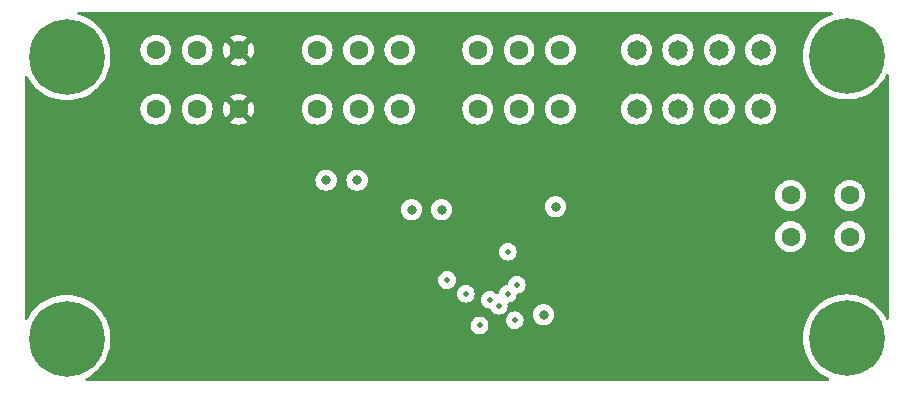
<source format=gbr>
%TF.GenerationSoftware,KiCad,Pcbnew,7.0.9*%
%TF.CreationDate,2024-01-20T18:52:18+00:00*%
%TF.ProjectId,DRV8234 DC Motor Driver Expander,44525638-3233-4342-9044-43204d6f746f,rev?*%
%TF.SameCoordinates,Original*%
%TF.FileFunction,Copper,L3,Inr*%
%TF.FilePolarity,Positive*%
%FSLAX46Y46*%
G04 Gerber Fmt 4.6, Leading zero omitted, Abs format (unit mm)*
G04 Created by KiCad (PCBNEW 7.0.9) date 2024-01-20 18:52:18*
%MOMM*%
%LPD*%
G01*
G04 APERTURE LIST*
%TA.AperFunction,ComponentPad*%
%ADD10C,1.600200*%
%TD*%
%TA.AperFunction,ComponentPad*%
%ADD11C,0.800000*%
%TD*%
%TA.AperFunction,ComponentPad*%
%ADD12C,6.400000*%
%TD*%
%TA.AperFunction,ComponentPad*%
%ADD13C,1.650000*%
%TD*%
%TA.AperFunction,ViaPad*%
%ADD14C,0.500000*%
%TD*%
%TA.AperFunction,ViaPad*%
%ADD15C,0.800000*%
%TD*%
G04 APERTURE END LIST*
D10*
%TO.N,IPROPI*%
%TO.C,J3*%
X136286001Y-84709000D03*
X136286001Y-79709000D03*
%TO.N,RC_OUT*%
X132786001Y-84709000D03*
X132786001Y-79709000D03*
%TO.N,NFAULT*%
X129286000Y-84709000D03*
X129286000Y-79709000D03*
%TD*%
%TO.N,OUT1*%
%TO.C,J5*%
X155782000Y-95504000D03*
X160782000Y-95504000D03*
%TO.N,OUT2*%
X155782000Y-92003997D03*
X160782000Y-92003997D03*
%TD*%
%TO.N,NSLEEP*%
%TO.C,J2*%
X122697001Y-84709000D03*
X122697001Y-79709000D03*
%TO.N,IN1*%
X119197001Y-84709000D03*
X119197001Y-79709000D03*
%TO.N,IN2*%
X115697000Y-84709000D03*
X115697000Y-79709000D03*
%TD*%
%TO.N,+5V*%
%TO.C,J1*%
X109037000Y-84709000D03*
X109037000Y-79709000D03*
%TO.N,GND*%
X105537000Y-84709000D03*
X105537000Y-79709000D03*
%TO.N,VCC*%
X102036999Y-84709000D03*
X102036999Y-79709000D03*
%TD*%
D11*
%TO.N,N/C*%
%TO.C,H2*%
X158128000Y-80183056D03*
X158830944Y-78486000D03*
X158830944Y-81880112D03*
X160528000Y-77783056D03*
D12*
X160528000Y-80183056D03*
D11*
X160528000Y-82583056D03*
X162225056Y-78486000D03*
X162225056Y-81880112D03*
X162928000Y-80183056D03*
%TD*%
%TO.N,N/C*%
%TO.C,H3*%
X92088000Y-104140000D03*
X92790944Y-102442944D03*
X92790944Y-105837056D03*
X94488000Y-101740000D03*
D12*
X94488000Y-104140000D03*
D11*
X94488000Y-106540000D03*
X96185056Y-102442944D03*
X96185056Y-105837056D03*
X96888000Y-104140000D03*
%TD*%
D13*
%TO.N,A0*%
%TO.C,J4*%
X153244000Y-84694400D03*
X153244000Y-79694400D03*
%TO.N,A1*%
X149744000Y-84694400D03*
X149744000Y-79694400D03*
%TO.N,SDA*%
X146244000Y-84694400D03*
X146244000Y-79694400D03*
%TO.N,SCL*%
X142744000Y-84694400D03*
X142744000Y-79694400D03*
%TD*%
D11*
%TO.N,N/C*%
%TO.C,H1*%
X92088000Y-80264000D03*
X92790944Y-78566944D03*
X92790944Y-81961056D03*
X94488000Y-77864000D03*
D12*
X94488000Y-80264000D03*
D11*
X94488000Y-82664000D03*
X96185056Y-78566944D03*
X96185056Y-81961056D03*
X96888000Y-80264000D03*
%TD*%
%TO.N,N/C*%
%TO.C,H4*%
X158128000Y-104093944D03*
X158830944Y-102396888D03*
X158830944Y-105791000D03*
X160528000Y-101693944D03*
D12*
X160528000Y-104093944D03*
D11*
X160528000Y-106493944D03*
X162225056Y-102396888D03*
X162225056Y-105791000D03*
X162928000Y-104093944D03*
%TD*%
D14*
%TO.N,GND*%
X131826000Y-100330000D03*
D15*
X123698000Y-93218000D03*
X135890000Y-92964000D03*
D14*
X128270000Y-100330000D03*
D15*
X126238000Y-93218000D03*
X134874000Y-102108000D03*
X119075200Y-90728800D03*
D14*
X126695200Y-99186600D03*
D15*
X116456500Y-90728800D03*
D14*
X131826000Y-96774000D03*
D15*
%TO.N,+5V*%
X129286000Y-92964000D03*
X136144000Y-96774000D03*
X133858000Y-96774000D03*
X132588000Y-92964000D03*
X150114000Y-92964000D03*
X143510000Y-92964000D03*
X146812000Y-92964000D03*
X140208000Y-92964000D03*
D14*
%TO.N,A1*%
X129438400Y-103022400D03*
X132410200Y-102590600D03*
%TO.N,NSLEEP*%
X130302000Y-100838000D03*
%TO.N,IN2*%
X131064000Y-101346000D03*
%TO.N,IN1*%
X132588000Y-99568000D03*
%TD*%
%TA.AperFunction,Conductor*%
%TO.N,+5V*%
G36*
X159313237Y-76474185D02*
G01*
X159358992Y-76526989D01*
X159368936Y-76596147D01*
X159339911Y-76659703D01*
X159290636Y-76694263D01*
X159280187Y-76698275D01*
X159020802Y-76797843D01*
X158675206Y-76973933D01*
X158349917Y-77185178D01*
X158048488Y-77429271D01*
X158048480Y-77429278D01*
X157774222Y-77703536D01*
X157774215Y-77703544D01*
X157530122Y-78004973D01*
X157318877Y-78330262D01*
X157142787Y-78675858D01*
X157003788Y-79037961D01*
X156903397Y-79412626D01*
X156903397Y-79412628D01*
X156842722Y-79795716D01*
X156822422Y-80183055D01*
X156822422Y-80183056D01*
X156842722Y-80570395D01*
X156903397Y-80953483D01*
X156903397Y-80953485D01*
X157003788Y-81328150D01*
X157142787Y-81690253D01*
X157318877Y-82035849D01*
X157530122Y-82361138D01*
X157595671Y-82442084D01*
X157774219Y-82662572D01*
X158048484Y-82936837D01*
X158148445Y-83017784D01*
X158349917Y-83180933D01*
X158474560Y-83261877D01*
X158675211Y-83392181D01*
X159020806Y-83568270D01*
X159382913Y-83707270D01*
X159757567Y-83807658D01*
X160140662Y-83868334D01*
X160506576Y-83887511D01*
X160527999Y-83888634D01*
X160528000Y-83888634D01*
X160528001Y-83888634D01*
X160548301Y-83887570D01*
X160915338Y-83868334D01*
X161298433Y-83807658D01*
X161673087Y-83707270D01*
X162035194Y-83568270D01*
X162380789Y-83392181D01*
X162706084Y-83180932D01*
X163007516Y-82936837D01*
X163281781Y-82662572D01*
X163525876Y-82361140D01*
X163684558Y-82116791D01*
X163737124Y-82035847D01*
X163737125Y-82035845D01*
X163849015Y-81816248D01*
X163896989Y-81765451D01*
X163964810Y-81748656D01*
X164030945Y-81771193D01*
X164074397Y-81825908D01*
X164083500Y-81872542D01*
X164083500Y-102404457D01*
X164063815Y-102471496D01*
X164011011Y-102517251D01*
X163941853Y-102527195D01*
X163878297Y-102498170D01*
X163849015Y-102460752D01*
X163829547Y-102422543D01*
X163737125Y-102241155D01*
X163646269Y-102101249D01*
X163525877Y-101915861D01*
X163329770Y-101673690D01*
X163281781Y-101614428D01*
X163007516Y-101340163D01*
X162764864Y-101143667D01*
X162706082Y-101096066D01*
X162380793Y-100884821D01*
X162035197Y-100708731D01*
X161673094Y-100569732D01*
X161673087Y-100569730D01*
X161298433Y-100469342D01*
X161298429Y-100469341D01*
X161298428Y-100469341D01*
X160915339Y-100408666D01*
X160528001Y-100388366D01*
X160527999Y-100388366D01*
X160140660Y-100408666D01*
X159757572Y-100469341D01*
X159757570Y-100469341D01*
X159382905Y-100569732D01*
X159020802Y-100708731D01*
X158675206Y-100884821D01*
X158349917Y-101096066D01*
X158048488Y-101340159D01*
X158048480Y-101340166D01*
X157774222Y-101614424D01*
X157774215Y-101614432D01*
X157530122Y-101915861D01*
X157318877Y-102241150D01*
X157142787Y-102586746D01*
X157003788Y-102948849D01*
X156903397Y-103323514D01*
X156903397Y-103323516D01*
X156842722Y-103706604D01*
X156822422Y-104093943D01*
X156822422Y-104093944D01*
X156842722Y-104481283D01*
X156850017Y-104527339D01*
X156903398Y-104864377D01*
X156984840Y-105168325D01*
X157003788Y-105239038D01*
X157142787Y-105601141D01*
X157318877Y-105946737D01*
X157530122Y-106272026D01*
X157530124Y-106272028D01*
X157774219Y-106573460D01*
X158048484Y-106847725D01*
X158105362Y-106893784D01*
X158349917Y-107091821D01*
X158675206Y-107303066D01*
X158675211Y-107303069D01*
X158913514Y-107424490D01*
X158985198Y-107461015D01*
X159035994Y-107508989D01*
X159052789Y-107576810D01*
X159030252Y-107642945D01*
X158975537Y-107686397D01*
X158928903Y-107695500D01*
X96177487Y-107695500D01*
X96110448Y-107675815D01*
X96064693Y-107623011D01*
X96054749Y-107553853D01*
X96083774Y-107490297D01*
X96121192Y-107461015D01*
X96126614Y-107458251D01*
X96340789Y-107349125D01*
X96666084Y-107137876D01*
X96967516Y-106893781D01*
X97241781Y-106619516D01*
X97485876Y-106318084D01*
X97697125Y-105992789D01*
X97873214Y-105647194D01*
X98012214Y-105285087D01*
X98112602Y-104910433D01*
X98173278Y-104527338D01*
X98193578Y-104140000D01*
X98173278Y-103752662D01*
X98112602Y-103369567D01*
X98019580Y-103022402D01*
X128683151Y-103022402D01*
X128702085Y-103190456D01*
X128757945Y-103350094D01*
X128757947Y-103350097D01*
X128847918Y-103493284D01*
X128847923Y-103493290D01*
X128967509Y-103612876D01*
X128967515Y-103612881D01*
X129110702Y-103702852D01*
X129110705Y-103702854D01*
X129110709Y-103702855D01*
X129110710Y-103702856D01*
X129183313Y-103728260D01*
X129270343Y-103758714D01*
X129438397Y-103777649D01*
X129438400Y-103777649D01*
X129438403Y-103777649D01*
X129606456Y-103758714D01*
X129623752Y-103752662D01*
X129766090Y-103702856D01*
X129766092Y-103702854D01*
X129766094Y-103702854D01*
X129766097Y-103702852D01*
X129909284Y-103612881D01*
X129909285Y-103612880D01*
X129909290Y-103612877D01*
X130028877Y-103493290D01*
X130118852Y-103350097D01*
X130118854Y-103350094D01*
X130118854Y-103350092D01*
X130118856Y-103350090D01*
X130174713Y-103190459D01*
X130174713Y-103190458D01*
X130174714Y-103190456D01*
X130193649Y-103022402D01*
X130193649Y-103022397D01*
X130174714Y-102854343D01*
X130118854Y-102694705D01*
X130118852Y-102694702D01*
X130053441Y-102590602D01*
X131654951Y-102590602D01*
X131673885Y-102758656D01*
X131729745Y-102918294D01*
X131729747Y-102918297D01*
X131819718Y-103061484D01*
X131819723Y-103061490D01*
X131939309Y-103181076D01*
X131939315Y-103181081D01*
X132082502Y-103271052D01*
X132082505Y-103271054D01*
X132082509Y-103271055D01*
X132082510Y-103271056D01*
X132155113Y-103296460D01*
X132242143Y-103326914D01*
X132410197Y-103345849D01*
X132410200Y-103345849D01*
X132410203Y-103345849D01*
X132578256Y-103326914D01*
X132587981Y-103323511D01*
X132737890Y-103271056D01*
X132737892Y-103271054D01*
X132737894Y-103271054D01*
X132737897Y-103271052D01*
X132881084Y-103181081D01*
X132881085Y-103181080D01*
X132881090Y-103181077D01*
X133000677Y-103061490D01*
X133033973Y-103008500D01*
X133090652Y-102918297D01*
X133090654Y-102918294D01*
X133090654Y-102918292D01*
X133090656Y-102918290D01*
X133146513Y-102758659D01*
X133146513Y-102758658D01*
X133146514Y-102758656D01*
X133165449Y-102590602D01*
X133165449Y-102590597D01*
X133146514Y-102422543D01*
X133090654Y-102262905D01*
X133090652Y-102262902D01*
X133000681Y-102119715D01*
X133000676Y-102119709D01*
X132988967Y-102108000D01*
X133968540Y-102108000D01*
X133988326Y-102296256D01*
X133988327Y-102296259D01*
X134046818Y-102476277D01*
X134046821Y-102476284D01*
X134141467Y-102640216D01*
X134190534Y-102694710D01*
X134268129Y-102780888D01*
X134421265Y-102892148D01*
X134421270Y-102892151D01*
X134594192Y-102969142D01*
X134594197Y-102969144D01*
X134779354Y-103008500D01*
X134779355Y-103008500D01*
X134968644Y-103008500D01*
X134968646Y-103008500D01*
X135153803Y-102969144D01*
X135326730Y-102892151D01*
X135479871Y-102780888D01*
X135606533Y-102640216D01*
X135701179Y-102476284D01*
X135759674Y-102296256D01*
X135779460Y-102108000D01*
X135759674Y-101919744D01*
X135701179Y-101739716D01*
X135606533Y-101575784D01*
X135479871Y-101435112D01*
X135479870Y-101435111D01*
X135326734Y-101323851D01*
X135326729Y-101323848D01*
X135153807Y-101246857D01*
X135153802Y-101246855D01*
X135008001Y-101215865D01*
X134968646Y-101207500D01*
X134779354Y-101207500D01*
X134746897Y-101214398D01*
X134594197Y-101246855D01*
X134594192Y-101246857D01*
X134421270Y-101323848D01*
X134421265Y-101323851D01*
X134268129Y-101435111D01*
X134141466Y-101575785D01*
X134046821Y-101739715D01*
X134046818Y-101739722D01*
X133988327Y-101919740D01*
X133988326Y-101919744D01*
X133968540Y-102108000D01*
X132988967Y-102108000D01*
X132881090Y-102000123D01*
X132881084Y-102000118D01*
X132737897Y-101910147D01*
X132737894Y-101910145D01*
X132578256Y-101854285D01*
X132410203Y-101835351D01*
X132410197Y-101835351D01*
X132242143Y-101854285D01*
X132082505Y-101910145D01*
X132082502Y-101910147D01*
X131939315Y-102000118D01*
X131939309Y-102000123D01*
X131819723Y-102119709D01*
X131819718Y-102119715D01*
X131729747Y-102262902D01*
X131729745Y-102262905D01*
X131673885Y-102422543D01*
X131654951Y-102590597D01*
X131654951Y-102590602D01*
X130053441Y-102590602D01*
X130028881Y-102551515D01*
X130028876Y-102551509D01*
X129909290Y-102431923D01*
X129909284Y-102431918D01*
X129766097Y-102341947D01*
X129766094Y-102341945D01*
X129606456Y-102286085D01*
X129438403Y-102267151D01*
X129438397Y-102267151D01*
X129270343Y-102286085D01*
X129110705Y-102341945D01*
X129110702Y-102341947D01*
X128967515Y-102431918D01*
X128967509Y-102431923D01*
X128847923Y-102551509D01*
X128847918Y-102551515D01*
X128757947Y-102694702D01*
X128757945Y-102694705D01*
X128702085Y-102854343D01*
X128683151Y-103022397D01*
X128683151Y-103022402D01*
X98019580Y-103022402D01*
X98012214Y-102994913D01*
X97873214Y-102632806D01*
X97697125Y-102287211D01*
X97576360Y-102101249D01*
X97485877Y-101961917D01*
X97305941Y-101739715D01*
X97241781Y-101660484D01*
X96967516Y-101386219D01*
X96872015Y-101308884D01*
X96666082Y-101142122D01*
X96340793Y-100930877D01*
X95995197Y-100754787D01*
X95633094Y-100615788D01*
X95565096Y-100597568D01*
X95258433Y-100515398D01*
X95258429Y-100515397D01*
X95258428Y-100515397D01*
X94875339Y-100454722D01*
X94488001Y-100434422D01*
X94487999Y-100434422D01*
X94100660Y-100454722D01*
X93717572Y-100515397D01*
X93717570Y-100515397D01*
X93342905Y-100615788D01*
X92980802Y-100754787D01*
X92635206Y-100930877D01*
X92309917Y-101142122D01*
X92008488Y-101386215D01*
X92008480Y-101386222D01*
X91734222Y-101660480D01*
X91734215Y-101660488D01*
X91490122Y-101961917D01*
X91278877Y-102287206D01*
X91166985Y-102506808D01*
X91119011Y-102557604D01*
X91051190Y-102574399D01*
X90985055Y-102551862D01*
X90941603Y-102497147D01*
X90932500Y-102450513D01*
X90932500Y-100330002D01*
X127514751Y-100330002D01*
X127533685Y-100498056D01*
X127589545Y-100657694D01*
X127589547Y-100657697D01*
X127679518Y-100800884D01*
X127679523Y-100800890D01*
X127799109Y-100920476D01*
X127799115Y-100920481D01*
X127942302Y-101010452D01*
X127942305Y-101010454D01*
X127942309Y-101010455D01*
X127942310Y-101010456D01*
X128014913Y-101035860D01*
X128101943Y-101066314D01*
X128269997Y-101085249D01*
X128270000Y-101085249D01*
X128270003Y-101085249D01*
X128438056Y-101066314D01*
X128438059Y-101066313D01*
X128597690Y-101010456D01*
X128597692Y-101010454D01*
X128597694Y-101010454D01*
X128597697Y-101010452D01*
X128740884Y-100920481D01*
X128740885Y-100920480D01*
X128740890Y-100920477D01*
X128823365Y-100838002D01*
X129546751Y-100838002D01*
X129565685Y-101006056D01*
X129621545Y-101165694D01*
X129621547Y-101165697D01*
X129711518Y-101308884D01*
X129711523Y-101308890D01*
X129831109Y-101428476D01*
X129831115Y-101428481D01*
X129974302Y-101518452D01*
X129974305Y-101518454D01*
X129974309Y-101518455D01*
X129974310Y-101518456D01*
X130133941Y-101574313D01*
X130133944Y-101574314D01*
X130224274Y-101584491D01*
X130280163Y-101590788D01*
X130344576Y-101617854D01*
X130379658Y-101667833D01*
X130380523Y-101667417D01*
X130383050Y-101672666D01*
X130383318Y-101673047D01*
X130383541Y-101673684D01*
X130383547Y-101673697D01*
X130473518Y-101816884D01*
X130473523Y-101816890D01*
X130593109Y-101936476D01*
X130593115Y-101936481D01*
X130736302Y-102026452D01*
X130736305Y-102026454D01*
X130736309Y-102026455D01*
X130736310Y-102026456D01*
X130808913Y-102051860D01*
X130895943Y-102082314D01*
X131063997Y-102101249D01*
X131064000Y-102101249D01*
X131064003Y-102101249D01*
X131232056Y-102082314D01*
X131232059Y-102082313D01*
X131391690Y-102026456D01*
X131391692Y-102026454D01*
X131391694Y-102026454D01*
X131391697Y-102026452D01*
X131534884Y-101936481D01*
X131534885Y-101936480D01*
X131534890Y-101936477D01*
X131654477Y-101816890D01*
X131744452Y-101673697D01*
X131744454Y-101673694D01*
X131744454Y-101673692D01*
X131744456Y-101673690D01*
X131800313Y-101514059D01*
X131800313Y-101514058D01*
X131800314Y-101514056D01*
X131819249Y-101346002D01*
X131819249Y-101345997D01*
X131804206Y-101212489D01*
X131816260Y-101143667D01*
X131863609Y-101092287D01*
X131913542Y-101075385D01*
X131927719Y-101073787D01*
X131994055Y-101066314D01*
X131994057Y-101066313D01*
X131994059Y-101066313D01*
X132153690Y-101010456D01*
X132153692Y-101010454D01*
X132153694Y-101010454D01*
X132153697Y-101010452D01*
X132296884Y-100920481D01*
X132296885Y-100920480D01*
X132296890Y-100920477D01*
X132416477Y-100800890D01*
X132445446Y-100754787D01*
X132506452Y-100657697D01*
X132506454Y-100657694D01*
X132506454Y-100657692D01*
X132506456Y-100657690D01*
X132562313Y-100498059D01*
X132562313Y-100498057D01*
X132562314Y-100498055D01*
X132570861Y-100422198D01*
X132597927Y-100357784D01*
X132655522Y-100318229D01*
X132680198Y-100312861D01*
X132756055Y-100304314D01*
X132756057Y-100304313D01*
X132756059Y-100304313D01*
X132915690Y-100248456D01*
X132915692Y-100248454D01*
X132915694Y-100248454D01*
X132915697Y-100248452D01*
X133058884Y-100158481D01*
X133058885Y-100158480D01*
X133058890Y-100158477D01*
X133178477Y-100038890D01*
X133201467Y-100002302D01*
X133268452Y-99895697D01*
X133268454Y-99895694D01*
X133268454Y-99895692D01*
X133268456Y-99895690D01*
X133324313Y-99736059D01*
X133324313Y-99736058D01*
X133324314Y-99736056D01*
X133343249Y-99568002D01*
X133343249Y-99567997D01*
X133324314Y-99399943D01*
X133268454Y-99240305D01*
X133268452Y-99240302D01*
X133178481Y-99097115D01*
X133178476Y-99097109D01*
X133058890Y-98977523D01*
X133058884Y-98977518D01*
X132915697Y-98887547D01*
X132915694Y-98887545D01*
X132756056Y-98831685D01*
X132588003Y-98812751D01*
X132587997Y-98812751D01*
X132419943Y-98831685D01*
X132260305Y-98887545D01*
X132260302Y-98887547D01*
X132117115Y-98977518D01*
X132117109Y-98977523D01*
X131997523Y-99097109D01*
X131997518Y-99097115D01*
X131907547Y-99240302D01*
X131907545Y-99240305D01*
X131851686Y-99399943D01*
X131843138Y-99475803D01*
X131816071Y-99540216D01*
X131758475Y-99579771D01*
X131733803Y-99585138D01*
X131657943Y-99593686D01*
X131498305Y-99649545D01*
X131498302Y-99649547D01*
X131355115Y-99739518D01*
X131355109Y-99739523D01*
X131235523Y-99859109D01*
X131235518Y-99859115D01*
X131145547Y-100002302D01*
X131145545Y-100002305D01*
X131089685Y-100161944D01*
X131077769Y-100267704D01*
X131050702Y-100332118D01*
X130993107Y-100371673D01*
X130923270Y-100373810D01*
X130866868Y-100341501D01*
X130772890Y-100247523D01*
X130772884Y-100247518D01*
X130629697Y-100157547D01*
X130629694Y-100157545D01*
X130470056Y-100101685D01*
X130302003Y-100082751D01*
X130301997Y-100082751D01*
X130133943Y-100101685D01*
X129974305Y-100157545D01*
X129974302Y-100157547D01*
X129831115Y-100247518D01*
X129831109Y-100247523D01*
X129711523Y-100367109D01*
X129711518Y-100367115D01*
X129621547Y-100510302D01*
X129621545Y-100510305D01*
X129565685Y-100669943D01*
X129546751Y-100837997D01*
X129546751Y-100838002D01*
X128823365Y-100838002D01*
X128860477Y-100800890D01*
X128889446Y-100754787D01*
X128950452Y-100657697D01*
X128950454Y-100657694D01*
X128950454Y-100657692D01*
X128950456Y-100657690D01*
X129006313Y-100498059D01*
X129006313Y-100498058D01*
X129006314Y-100498056D01*
X129025249Y-100330002D01*
X129025249Y-100329997D01*
X129006314Y-100161943D01*
X128950454Y-100002305D01*
X128950452Y-100002302D01*
X128860481Y-99859115D01*
X128860476Y-99859109D01*
X128740890Y-99739523D01*
X128740884Y-99739518D01*
X128597697Y-99649547D01*
X128597694Y-99649545D01*
X128438056Y-99593685D01*
X128270003Y-99574751D01*
X128269997Y-99574751D01*
X128101943Y-99593685D01*
X127942305Y-99649545D01*
X127942302Y-99649547D01*
X127799115Y-99739518D01*
X127799109Y-99739523D01*
X127679523Y-99859109D01*
X127679518Y-99859115D01*
X127589547Y-100002302D01*
X127589545Y-100002305D01*
X127533685Y-100161943D01*
X127514751Y-100329997D01*
X127514751Y-100330002D01*
X90932500Y-100330002D01*
X90932500Y-99186602D01*
X125939951Y-99186602D01*
X125958885Y-99354656D01*
X126014745Y-99514294D01*
X126014747Y-99514297D01*
X126104718Y-99657484D01*
X126104723Y-99657490D01*
X126224309Y-99777076D01*
X126224315Y-99777081D01*
X126367502Y-99867052D01*
X126367505Y-99867054D01*
X126367509Y-99867055D01*
X126367510Y-99867056D01*
X126440113Y-99892460D01*
X126527143Y-99922914D01*
X126695197Y-99941849D01*
X126695200Y-99941849D01*
X126695203Y-99941849D01*
X126863256Y-99922914D01*
X126863259Y-99922913D01*
X127022890Y-99867056D01*
X127022892Y-99867054D01*
X127022894Y-99867054D01*
X127022897Y-99867052D01*
X127166084Y-99777081D01*
X127166085Y-99777080D01*
X127166090Y-99777077D01*
X127285677Y-99657490D01*
X127290670Y-99649544D01*
X127375652Y-99514297D01*
X127375654Y-99514294D01*
X127375654Y-99514292D01*
X127375656Y-99514290D01*
X127431513Y-99354659D01*
X127431513Y-99354658D01*
X127431514Y-99354656D01*
X127450449Y-99186602D01*
X127450449Y-99186597D01*
X127431514Y-99018543D01*
X127375654Y-98858905D01*
X127375652Y-98858902D01*
X127285681Y-98715715D01*
X127285676Y-98715709D01*
X127166090Y-98596123D01*
X127166084Y-98596118D01*
X127022897Y-98506147D01*
X127022894Y-98506145D01*
X126863256Y-98450285D01*
X126695203Y-98431351D01*
X126695197Y-98431351D01*
X126527143Y-98450285D01*
X126367505Y-98506145D01*
X126367502Y-98506147D01*
X126224315Y-98596118D01*
X126224309Y-98596123D01*
X126104723Y-98715709D01*
X126104718Y-98715715D01*
X126014747Y-98858902D01*
X126014745Y-98858905D01*
X125958885Y-99018543D01*
X125939951Y-99186597D01*
X125939951Y-99186602D01*
X90932500Y-99186602D01*
X90932500Y-96774002D01*
X131070751Y-96774002D01*
X131089685Y-96942056D01*
X131145545Y-97101694D01*
X131145547Y-97101697D01*
X131235518Y-97244884D01*
X131235523Y-97244890D01*
X131355109Y-97364476D01*
X131355115Y-97364481D01*
X131498302Y-97454452D01*
X131498305Y-97454454D01*
X131498309Y-97454455D01*
X131498310Y-97454456D01*
X131570913Y-97479860D01*
X131657943Y-97510314D01*
X131825997Y-97529249D01*
X131826000Y-97529249D01*
X131826003Y-97529249D01*
X131994056Y-97510314D01*
X131994059Y-97510313D01*
X132153690Y-97454456D01*
X132153692Y-97454454D01*
X132153694Y-97454454D01*
X132153697Y-97454452D01*
X132296884Y-97364481D01*
X132296885Y-97364480D01*
X132296890Y-97364477D01*
X132416477Y-97244890D01*
X132506452Y-97101697D01*
X132506454Y-97101694D01*
X132506454Y-97101692D01*
X132506456Y-97101690D01*
X132562313Y-96942059D01*
X132562313Y-96942058D01*
X132562314Y-96942056D01*
X132581249Y-96774002D01*
X132581249Y-96773997D01*
X132562314Y-96605943D01*
X132526687Y-96504126D01*
X132506456Y-96446310D01*
X132506455Y-96446309D01*
X132506454Y-96446305D01*
X132506452Y-96446302D01*
X132416481Y-96303115D01*
X132416476Y-96303109D01*
X132296890Y-96183523D01*
X132296884Y-96183518D01*
X132153697Y-96093547D01*
X132153694Y-96093545D01*
X131994056Y-96037685D01*
X131826003Y-96018751D01*
X131825997Y-96018751D01*
X131657943Y-96037685D01*
X131498305Y-96093545D01*
X131498302Y-96093547D01*
X131355115Y-96183518D01*
X131355109Y-96183523D01*
X131235523Y-96303109D01*
X131235518Y-96303115D01*
X131145547Y-96446302D01*
X131145545Y-96446305D01*
X131089685Y-96605943D01*
X131070751Y-96773997D01*
X131070751Y-96774002D01*
X90932500Y-96774002D01*
X90932500Y-95504000D01*
X154476432Y-95504000D01*
X154496266Y-95730705D01*
X154496268Y-95730715D01*
X154555164Y-95950523D01*
X154555166Y-95950527D01*
X154555167Y-95950531D01*
X154586979Y-96018751D01*
X154651344Y-96156783D01*
X154651345Y-96156785D01*
X154781873Y-96343198D01*
X154781878Y-96343204D01*
X154942795Y-96504121D01*
X154942801Y-96504126D01*
X155129214Y-96634654D01*
X155129216Y-96634655D01*
X155335469Y-96730833D01*
X155555290Y-96789733D01*
X155736658Y-96805601D01*
X155781999Y-96809568D01*
X155782000Y-96809568D01*
X155782001Y-96809568D01*
X155819785Y-96806262D01*
X156008710Y-96789733D01*
X156228531Y-96730833D01*
X156434784Y-96634655D01*
X156621203Y-96504123D01*
X156782123Y-96343203D01*
X156912655Y-96156784D01*
X157008833Y-95950531D01*
X157067733Y-95730710D01*
X157087568Y-95504000D01*
X159476432Y-95504000D01*
X159496266Y-95730705D01*
X159496268Y-95730715D01*
X159555164Y-95950523D01*
X159555166Y-95950527D01*
X159555167Y-95950531D01*
X159586979Y-96018751D01*
X159651344Y-96156783D01*
X159651345Y-96156785D01*
X159781873Y-96343198D01*
X159781878Y-96343204D01*
X159942795Y-96504121D01*
X159942801Y-96504126D01*
X160129214Y-96634654D01*
X160129216Y-96634655D01*
X160335469Y-96730833D01*
X160555290Y-96789733D01*
X160736658Y-96805601D01*
X160781999Y-96809568D01*
X160782000Y-96809568D01*
X160782001Y-96809568D01*
X160819785Y-96806262D01*
X161008710Y-96789733D01*
X161228531Y-96730833D01*
X161434784Y-96634655D01*
X161621203Y-96504123D01*
X161782123Y-96343203D01*
X161912655Y-96156784D01*
X162008833Y-95950531D01*
X162067733Y-95730710D01*
X162087568Y-95504000D01*
X162067733Y-95277290D01*
X162008833Y-95057469D01*
X161912655Y-94851216D01*
X161782123Y-94664797D01*
X161621203Y-94503877D01*
X161621201Y-94503876D01*
X161621198Y-94503873D01*
X161434785Y-94373345D01*
X161434783Y-94373344D01*
X161331657Y-94325256D01*
X161228531Y-94277167D01*
X161228527Y-94277166D01*
X161228523Y-94277164D01*
X161008715Y-94218268D01*
X161008705Y-94218266D01*
X160782001Y-94198432D01*
X160781999Y-94198432D01*
X160555294Y-94218266D01*
X160555284Y-94218268D01*
X160335476Y-94277164D01*
X160335467Y-94277168D01*
X160129216Y-94373344D01*
X160129214Y-94373345D01*
X159942801Y-94503873D01*
X159942795Y-94503878D01*
X159781878Y-94664795D01*
X159781873Y-94664801D01*
X159651345Y-94851214D01*
X159651344Y-94851216D01*
X159555168Y-95057467D01*
X159555164Y-95057476D01*
X159496268Y-95277284D01*
X159496266Y-95277294D01*
X159476432Y-95503999D01*
X159476432Y-95504000D01*
X157087568Y-95504000D01*
X157067733Y-95277290D01*
X157008833Y-95057469D01*
X156912655Y-94851216D01*
X156782123Y-94664797D01*
X156621203Y-94503877D01*
X156621201Y-94503876D01*
X156621198Y-94503873D01*
X156434785Y-94373345D01*
X156434783Y-94373344D01*
X156331657Y-94325256D01*
X156228531Y-94277167D01*
X156228527Y-94277166D01*
X156228523Y-94277164D01*
X156008715Y-94218268D01*
X156008705Y-94218266D01*
X155782001Y-94198432D01*
X155781999Y-94198432D01*
X155555294Y-94218266D01*
X155555284Y-94218268D01*
X155335476Y-94277164D01*
X155335467Y-94277168D01*
X155129216Y-94373344D01*
X155129214Y-94373345D01*
X154942801Y-94503873D01*
X154942795Y-94503878D01*
X154781878Y-94664795D01*
X154781873Y-94664801D01*
X154651345Y-94851214D01*
X154651344Y-94851216D01*
X154555168Y-95057467D01*
X154555164Y-95057476D01*
X154496268Y-95277284D01*
X154496266Y-95277294D01*
X154476432Y-95503999D01*
X154476432Y-95504000D01*
X90932500Y-95504000D01*
X90932500Y-93218000D01*
X122792540Y-93218000D01*
X122812326Y-93406256D01*
X122812327Y-93406259D01*
X122870818Y-93586277D01*
X122870821Y-93586284D01*
X122965467Y-93750216D01*
X123032931Y-93825142D01*
X123092129Y-93890888D01*
X123245265Y-94002148D01*
X123245270Y-94002151D01*
X123418192Y-94079142D01*
X123418197Y-94079144D01*
X123603354Y-94118500D01*
X123603355Y-94118500D01*
X123792644Y-94118500D01*
X123792646Y-94118500D01*
X123977803Y-94079144D01*
X124150730Y-94002151D01*
X124303871Y-93890888D01*
X124430533Y-93750216D01*
X124525179Y-93586284D01*
X124583674Y-93406256D01*
X124603460Y-93218000D01*
X125332540Y-93218000D01*
X125352326Y-93406256D01*
X125352327Y-93406259D01*
X125410818Y-93586277D01*
X125410821Y-93586284D01*
X125505467Y-93750216D01*
X125572931Y-93825142D01*
X125632129Y-93890888D01*
X125785265Y-94002148D01*
X125785270Y-94002151D01*
X125958192Y-94079142D01*
X125958197Y-94079144D01*
X126143354Y-94118500D01*
X126143355Y-94118500D01*
X126332644Y-94118500D01*
X126332646Y-94118500D01*
X126517803Y-94079144D01*
X126690730Y-94002151D01*
X126843871Y-93890888D01*
X126970533Y-93750216D01*
X127065179Y-93586284D01*
X127123674Y-93406256D01*
X127143460Y-93218000D01*
X127123674Y-93029744D01*
X127102312Y-92964000D01*
X134984540Y-92964000D01*
X135004326Y-93152256D01*
X135004327Y-93152259D01*
X135062818Y-93332277D01*
X135062821Y-93332284D01*
X135157467Y-93496216D01*
X135238559Y-93586277D01*
X135284129Y-93636888D01*
X135437265Y-93748148D01*
X135437270Y-93748151D01*
X135610192Y-93825142D01*
X135610197Y-93825144D01*
X135795354Y-93864500D01*
X135795355Y-93864500D01*
X135984644Y-93864500D01*
X135984646Y-93864500D01*
X136169803Y-93825144D01*
X136342730Y-93748151D01*
X136495871Y-93636888D01*
X136622533Y-93496216D01*
X136717179Y-93332284D01*
X136775674Y-93152256D01*
X136795460Y-92964000D01*
X136775674Y-92775744D01*
X136717179Y-92595716D01*
X136622533Y-92431784D01*
X136495871Y-92291112D01*
X136495870Y-92291111D01*
X136342734Y-92179851D01*
X136342729Y-92179848D01*
X136169807Y-92102857D01*
X136169802Y-92102855D01*
X136024001Y-92071865D01*
X135984646Y-92063500D01*
X135795354Y-92063500D01*
X135762897Y-92070398D01*
X135610197Y-92102855D01*
X135610192Y-92102857D01*
X135437270Y-92179848D01*
X135437265Y-92179851D01*
X135284129Y-92291111D01*
X135157466Y-92431785D01*
X135062821Y-92595715D01*
X135062818Y-92595722D01*
X135004327Y-92775740D01*
X135004326Y-92775744D01*
X134984540Y-92964000D01*
X127102312Y-92964000D01*
X127065179Y-92849716D01*
X126970533Y-92685784D01*
X126843871Y-92545112D01*
X126843870Y-92545111D01*
X126690734Y-92433851D01*
X126690729Y-92433848D01*
X126517807Y-92356857D01*
X126517802Y-92356855D01*
X126372001Y-92325865D01*
X126332646Y-92317500D01*
X126143354Y-92317500D01*
X126110897Y-92324398D01*
X125958197Y-92356855D01*
X125958192Y-92356857D01*
X125785270Y-92433848D01*
X125785265Y-92433851D01*
X125632129Y-92545111D01*
X125505466Y-92685785D01*
X125410821Y-92849715D01*
X125410818Y-92849722D01*
X125352327Y-93029740D01*
X125352326Y-93029744D01*
X125332540Y-93218000D01*
X124603460Y-93218000D01*
X124583674Y-93029744D01*
X124525179Y-92849716D01*
X124430533Y-92685784D01*
X124303871Y-92545112D01*
X124303870Y-92545111D01*
X124150734Y-92433851D01*
X124150729Y-92433848D01*
X123977807Y-92356857D01*
X123977802Y-92356855D01*
X123832001Y-92325865D01*
X123792646Y-92317500D01*
X123603354Y-92317500D01*
X123570897Y-92324398D01*
X123418197Y-92356855D01*
X123418192Y-92356857D01*
X123245270Y-92433848D01*
X123245265Y-92433851D01*
X123092129Y-92545111D01*
X122965466Y-92685785D01*
X122870821Y-92849715D01*
X122870818Y-92849722D01*
X122812327Y-93029740D01*
X122812326Y-93029744D01*
X122792540Y-93218000D01*
X90932500Y-93218000D01*
X90932500Y-92003997D01*
X154476432Y-92003997D01*
X154496266Y-92230702D01*
X154496268Y-92230712D01*
X154555164Y-92450520D01*
X154555166Y-92450524D01*
X154555167Y-92450528D01*
X154599272Y-92545111D01*
X154651344Y-92656780D01*
X154651345Y-92656782D01*
X154781873Y-92843195D01*
X154781878Y-92843201D01*
X154942795Y-93004118D01*
X154942801Y-93004123D01*
X155129214Y-93134651D01*
X155129216Y-93134652D01*
X155335469Y-93230830D01*
X155555290Y-93289730D01*
X155736658Y-93305598D01*
X155781999Y-93309565D01*
X155782000Y-93309565D01*
X155782001Y-93309565D01*
X155819785Y-93306259D01*
X156008710Y-93289730D01*
X156228531Y-93230830D01*
X156434784Y-93134652D01*
X156621203Y-93004120D01*
X156782123Y-92843200D01*
X156912655Y-92656781D01*
X157008833Y-92450528D01*
X157067733Y-92230707D01*
X157087568Y-92003997D01*
X159476432Y-92003997D01*
X159496266Y-92230702D01*
X159496268Y-92230712D01*
X159555164Y-92450520D01*
X159555166Y-92450524D01*
X159555167Y-92450528D01*
X159599272Y-92545111D01*
X159651344Y-92656780D01*
X159651345Y-92656782D01*
X159781873Y-92843195D01*
X159781878Y-92843201D01*
X159942795Y-93004118D01*
X159942801Y-93004123D01*
X160129214Y-93134651D01*
X160129216Y-93134652D01*
X160335469Y-93230830D01*
X160555290Y-93289730D01*
X160736658Y-93305598D01*
X160781999Y-93309565D01*
X160782000Y-93309565D01*
X160782001Y-93309565D01*
X160819785Y-93306259D01*
X161008710Y-93289730D01*
X161228531Y-93230830D01*
X161434784Y-93134652D01*
X161621203Y-93004120D01*
X161782123Y-92843200D01*
X161912655Y-92656781D01*
X162008833Y-92450528D01*
X162067733Y-92230707D01*
X162087568Y-92003997D01*
X162067733Y-91777287D01*
X162008833Y-91557466D01*
X161912655Y-91351213D01*
X161849498Y-91261016D01*
X161782126Y-91164798D01*
X161782121Y-91164792D01*
X161621204Y-91003875D01*
X161621198Y-91003870D01*
X161434785Y-90873342D01*
X161434783Y-90873341D01*
X161331657Y-90825253D01*
X161228531Y-90777164D01*
X161228527Y-90777163D01*
X161228523Y-90777161D01*
X161008715Y-90718265D01*
X161008705Y-90718263D01*
X160782001Y-90698429D01*
X160781999Y-90698429D01*
X160555294Y-90718263D01*
X160555284Y-90718265D01*
X160335476Y-90777161D01*
X160335467Y-90777165D01*
X160129216Y-90873341D01*
X160129214Y-90873342D01*
X159942801Y-91003870D01*
X159942795Y-91003875D01*
X159781878Y-91164792D01*
X159781873Y-91164798D01*
X159651345Y-91351211D01*
X159651344Y-91351213D01*
X159555168Y-91557464D01*
X159555164Y-91557473D01*
X159496268Y-91777281D01*
X159496266Y-91777291D01*
X159476432Y-92003996D01*
X159476432Y-92003997D01*
X157087568Y-92003997D01*
X157067733Y-91777287D01*
X157008833Y-91557466D01*
X156912655Y-91351213D01*
X156849498Y-91261016D01*
X156782126Y-91164798D01*
X156782121Y-91164792D01*
X156621204Y-91003875D01*
X156621198Y-91003870D01*
X156434785Y-90873342D01*
X156434783Y-90873341D01*
X156331657Y-90825253D01*
X156228531Y-90777164D01*
X156228527Y-90777163D01*
X156228523Y-90777161D01*
X156008715Y-90718265D01*
X156008705Y-90718263D01*
X155782001Y-90698429D01*
X155781999Y-90698429D01*
X155555294Y-90718263D01*
X155555284Y-90718265D01*
X155335476Y-90777161D01*
X155335467Y-90777165D01*
X155129216Y-90873341D01*
X155129214Y-90873342D01*
X154942801Y-91003870D01*
X154942795Y-91003875D01*
X154781878Y-91164792D01*
X154781873Y-91164798D01*
X154651345Y-91351211D01*
X154651344Y-91351213D01*
X154555168Y-91557464D01*
X154555164Y-91557473D01*
X154496268Y-91777281D01*
X154496266Y-91777291D01*
X154476432Y-92003996D01*
X154476432Y-92003997D01*
X90932500Y-92003997D01*
X90932500Y-90728800D01*
X115551040Y-90728800D01*
X115570826Y-90917056D01*
X115570827Y-90917059D01*
X115629318Y-91097077D01*
X115629321Y-91097084D01*
X115723967Y-91261016D01*
X115805179Y-91351211D01*
X115850629Y-91401688D01*
X116003765Y-91512948D01*
X116003770Y-91512951D01*
X116176692Y-91589942D01*
X116176697Y-91589944D01*
X116361854Y-91629300D01*
X116361855Y-91629300D01*
X116551144Y-91629300D01*
X116551146Y-91629300D01*
X116736303Y-91589944D01*
X116909230Y-91512951D01*
X117062371Y-91401688D01*
X117189033Y-91261016D01*
X117283679Y-91097084D01*
X117342174Y-90917056D01*
X117361960Y-90728800D01*
X118169740Y-90728800D01*
X118189526Y-90917056D01*
X118189527Y-90917059D01*
X118248018Y-91097077D01*
X118248021Y-91097084D01*
X118342667Y-91261016D01*
X118423879Y-91351211D01*
X118469329Y-91401688D01*
X118622465Y-91512948D01*
X118622470Y-91512951D01*
X118795392Y-91589942D01*
X118795397Y-91589944D01*
X118980554Y-91629300D01*
X118980555Y-91629300D01*
X119169844Y-91629300D01*
X119169846Y-91629300D01*
X119355003Y-91589944D01*
X119527930Y-91512951D01*
X119681071Y-91401688D01*
X119807733Y-91261016D01*
X119902379Y-91097084D01*
X119960874Y-90917056D01*
X119980660Y-90728800D01*
X119960874Y-90540544D01*
X119902379Y-90360516D01*
X119807733Y-90196584D01*
X119681071Y-90055912D01*
X119681070Y-90055911D01*
X119527934Y-89944651D01*
X119527929Y-89944648D01*
X119355007Y-89867657D01*
X119355002Y-89867655D01*
X119209201Y-89836665D01*
X119169846Y-89828300D01*
X118980554Y-89828300D01*
X118948097Y-89835198D01*
X118795397Y-89867655D01*
X118795392Y-89867657D01*
X118622470Y-89944648D01*
X118622465Y-89944651D01*
X118469329Y-90055911D01*
X118342666Y-90196585D01*
X118248021Y-90360515D01*
X118248018Y-90360522D01*
X118189527Y-90540540D01*
X118189526Y-90540544D01*
X118169740Y-90728800D01*
X117361960Y-90728800D01*
X117342174Y-90540544D01*
X117283679Y-90360516D01*
X117189033Y-90196584D01*
X117062371Y-90055912D01*
X117062370Y-90055911D01*
X116909234Y-89944651D01*
X116909229Y-89944648D01*
X116736307Y-89867657D01*
X116736302Y-89867655D01*
X116590501Y-89836665D01*
X116551146Y-89828300D01*
X116361854Y-89828300D01*
X116329397Y-89835198D01*
X116176697Y-89867655D01*
X116176692Y-89867657D01*
X116003770Y-89944648D01*
X116003765Y-89944651D01*
X115850629Y-90055911D01*
X115723966Y-90196585D01*
X115629321Y-90360515D01*
X115629318Y-90360522D01*
X115570827Y-90540540D01*
X115570826Y-90540544D01*
X115551040Y-90728800D01*
X90932500Y-90728800D01*
X90932500Y-84709000D01*
X100731431Y-84709000D01*
X100751265Y-84935705D01*
X100751267Y-84935715D01*
X100810163Y-85155523D01*
X100810165Y-85155527D01*
X100810166Y-85155531D01*
X100837710Y-85214598D01*
X100906343Y-85361783D01*
X100906344Y-85361785D01*
X101036872Y-85548198D01*
X101036877Y-85548204D01*
X101197794Y-85709121D01*
X101197800Y-85709126D01*
X101384213Y-85839654D01*
X101384215Y-85839655D01*
X101590468Y-85935833D01*
X101810289Y-85994733D01*
X101991657Y-86010601D01*
X102036998Y-86014568D01*
X102036999Y-86014568D01*
X102037000Y-86014568D01*
X102074784Y-86011262D01*
X102263709Y-85994733D01*
X102483530Y-85935833D01*
X102689783Y-85839655D01*
X102876202Y-85709123D01*
X103037122Y-85548203D01*
X103167654Y-85361784D01*
X103263832Y-85155531D01*
X103322732Y-84935710D01*
X103342567Y-84709000D01*
X104231432Y-84709000D01*
X104251266Y-84935705D01*
X104251268Y-84935715D01*
X104310164Y-85155523D01*
X104310166Y-85155527D01*
X104310167Y-85155531D01*
X104337711Y-85214598D01*
X104406344Y-85361783D01*
X104406345Y-85361785D01*
X104536873Y-85548198D01*
X104536878Y-85548204D01*
X104697795Y-85709121D01*
X104697801Y-85709126D01*
X104884214Y-85839654D01*
X104884216Y-85839655D01*
X105090469Y-85935833D01*
X105310290Y-85994733D01*
X105491658Y-86010601D01*
X105536999Y-86014568D01*
X105537000Y-86014568D01*
X105537001Y-86014568D01*
X105574785Y-86011262D01*
X105763710Y-85994733D01*
X105983531Y-85935833D01*
X106189784Y-85839655D01*
X106376203Y-85709123D01*
X106537123Y-85548203D01*
X106667655Y-85361784D01*
X106763833Y-85155531D01*
X106822733Y-84935710D01*
X106842568Y-84709000D01*
X107731934Y-84709000D01*
X107751760Y-84935617D01*
X107751762Y-84935627D01*
X107810636Y-85155351D01*
X107810640Y-85155360D01*
X107906782Y-85361536D01*
X107957901Y-85434543D01*
X107957903Y-85434544D01*
X108514369Y-84878077D01*
X108517594Y-84893597D01*
X108586658Y-85026886D01*
X108689123Y-85136598D01*
X108817388Y-85214598D01*
X108870166Y-85229385D01*
X108311454Y-85788096D01*
X108384466Y-85839219D01*
X108384468Y-85839220D01*
X108590639Y-85935359D01*
X108590648Y-85935363D01*
X108810372Y-85994237D01*
X108810382Y-85994239D01*
X109036999Y-86014066D01*
X109037001Y-86014066D01*
X109263617Y-85994239D01*
X109263627Y-85994237D01*
X109483351Y-85935363D01*
X109483360Y-85935359D01*
X109689530Y-85839221D01*
X109762544Y-85788096D01*
X109205603Y-85231156D01*
X109323412Y-85179985D01*
X109439862Y-85085246D01*
X109526433Y-84962603D01*
X109557300Y-84875748D01*
X110116096Y-85434544D01*
X110167221Y-85361530D01*
X110263359Y-85155360D01*
X110263363Y-85155351D01*
X110322237Y-84935627D01*
X110322239Y-84935617D01*
X110342066Y-84709000D01*
X114391432Y-84709000D01*
X114411266Y-84935705D01*
X114411268Y-84935715D01*
X114470164Y-85155523D01*
X114470166Y-85155527D01*
X114470167Y-85155531D01*
X114497711Y-85214598D01*
X114566344Y-85361783D01*
X114566345Y-85361785D01*
X114696873Y-85548198D01*
X114696878Y-85548204D01*
X114857795Y-85709121D01*
X114857801Y-85709126D01*
X115044214Y-85839654D01*
X115044216Y-85839655D01*
X115250469Y-85935833D01*
X115470290Y-85994733D01*
X115651658Y-86010601D01*
X115696999Y-86014568D01*
X115697000Y-86014568D01*
X115697001Y-86014568D01*
X115734785Y-86011262D01*
X115923710Y-85994733D01*
X116143531Y-85935833D01*
X116349784Y-85839655D01*
X116536203Y-85709123D01*
X116697123Y-85548203D01*
X116827655Y-85361784D01*
X116923833Y-85155531D01*
X116982733Y-84935710D01*
X117002568Y-84709000D01*
X117891433Y-84709000D01*
X117911267Y-84935705D01*
X117911269Y-84935715D01*
X117970165Y-85155523D01*
X117970167Y-85155527D01*
X117970168Y-85155531D01*
X117997712Y-85214598D01*
X118066345Y-85361783D01*
X118066346Y-85361785D01*
X118196874Y-85548198D01*
X118196879Y-85548204D01*
X118357796Y-85709121D01*
X118357802Y-85709126D01*
X118544215Y-85839654D01*
X118544217Y-85839655D01*
X118750470Y-85935833D01*
X118970291Y-85994733D01*
X119151659Y-86010601D01*
X119197000Y-86014568D01*
X119197001Y-86014568D01*
X119197002Y-86014568D01*
X119234786Y-86011262D01*
X119423711Y-85994733D01*
X119643532Y-85935833D01*
X119849785Y-85839655D01*
X120036204Y-85709123D01*
X120197124Y-85548203D01*
X120327656Y-85361784D01*
X120423834Y-85155531D01*
X120482734Y-84935710D01*
X120502569Y-84709000D01*
X121391433Y-84709000D01*
X121411267Y-84935705D01*
X121411269Y-84935715D01*
X121470165Y-85155523D01*
X121470167Y-85155527D01*
X121470168Y-85155531D01*
X121497712Y-85214598D01*
X121566345Y-85361783D01*
X121566346Y-85361785D01*
X121696874Y-85548198D01*
X121696879Y-85548204D01*
X121857796Y-85709121D01*
X121857802Y-85709126D01*
X122044215Y-85839654D01*
X122044217Y-85839655D01*
X122250470Y-85935833D01*
X122470291Y-85994733D01*
X122651659Y-86010601D01*
X122697000Y-86014568D01*
X122697001Y-86014568D01*
X122697002Y-86014568D01*
X122734786Y-86011262D01*
X122923711Y-85994733D01*
X123143532Y-85935833D01*
X123349785Y-85839655D01*
X123536204Y-85709123D01*
X123697124Y-85548203D01*
X123827656Y-85361784D01*
X123923834Y-85155531D01*
X123982734Y-84935710D01*
X124002569Y-84709000D01*
X127980432Y-84709000D01*
X128000266Y-84935705D01*
X128000268Y-84935715D01*
X128059164Y-85155523D01*
X128059166Y-85155527D01*
X128059167Y-85155531D01*
X128086711Y-85214598D01*
X128155344Y-85361783D01*
X128155345Y-85361785D01*
X128285873Y-85548198D01*
X128285878Y-85548204D01*
X128446795Y-85709121D01*
X128446801Y-85709126D01*
X128633214Y-85839654D01*
X128633216Y-85839655D01*
X128839469Y-85935833D01*
X129059290Y-85994733D01*
X129240658Y-86010601D01*
X129285999Y-86014568D01*
X129286000Y-86014568D01*
X129286001Y-86014568D01*
X129323785Y-86011262D01*
X129512710Y-85994733D01*
X129732531Y-85935833D01*
X129938784Y-85839655D01*
X130125203Y-85709123D01*
X130286123Y-85548203D01*
X130416655Y-85361784D01*
X130512833Y-85155531D01*
X130571733Y-84935710D01*
X130591568Y-84709000D01*
X131480433Y-84709000D01*
X131500267Y-84935705D01*
X131500269Y-84935715D01*
X131559165Y-85155523D01*
X131559167Y-85155527D01*
X131559168Y-85155531D01*
X131586712Y-85214598D01*
X131655345Y-85361783D01*
X131655346Y-85361785D01*
X131785874Y-85548198D01*
X131785879Y-85548204D01*
X131946796Y-85709121D01*
X131946802Y-85709126D01*
X132133215Y-85839654D01*
X132133217Y-85839655D01*
X132339470Y-85935833D01*
X132559291Y-85994733D01*
X132740659Y-86010601D01*
X132786000Y-86014568D01*
X132786001Y-86014568D01*
X132786002Y-86014568D01*
X132823786Y-86011262D01*
X133012711Y-85994733D01*
X133232532Y-85935833D01*
X133438785Y-85839655D01*
X133625204Y-85709123D01*
X133786124Y-85548203D01*
X133916656Y-85361784D01*
X134012834Y-85155531D01*
X134071734Y-84935710D01*
X134091569Y-84709000D01*
X134980433Y-84709000D01*
X135000267Y-84935705D01*
X135000269Y-84935715D01*
X135059165Y-85155523D01*
X135059167Y-85155527D01*
X135059168Y-85155531D01*
X135086712Y-85214598D01*
X135155345Y-85361783D01*
X135155346Y-85361785D01*
X135285874Y-85548198D01*
X135285879Y-85548204D01*
X135446796Y-85709121D01*
X135446802Y-85709126D01*
X135633215Y-85839654D01*
X135633217Y-85839655D01*
X135839470Y-85935833D01*
X136059291Y-85994733D01*
X136240659Y-86010601D01*
X136286000Y-86014568D01*
X136286001Y-86014568D01*
X136286002Y-86014568D01*
X136323786Y-86011262D01*
X136512711Y-85994733D01*
X136732532Y-85935833D01*
X136938785Y-85839655D01*
X137125204Y-85709123D01*
X137286124Y-85548203D01*
X137416656Y-85361784D01*
X137512834Y-85155531D01*
X137571734Y-84935710D01*
X137591569Y-84709000D01*
X137590291Y-84694401D01*
X141413437Y-84694401D01*
X141433650Y-84925444D01*
X141433651Y-84925451D01*
X141493678Y-85149474D01*
X141493679Y-85149476D01*
X141493680Y-85149479D01*
X141591699Y-85359682D01*
X141724730Y-85549669D01*
X141888731Y-85713670D01*
X142078718Y-85846701D01*
X142288921Y-85944720D01*
X142512950Y-86004749D01*
X142677985Y-86019187D01*
X142743998Y-86024963D01*
X142744000Y-86024963D01*
X142744002Y-86024963D01*
X142801762Y-86019909D01*
X142975050Y-86004749D01*
X143199079Y-85944720D01*
X143409282Y-85846701D01*
X143599269Y-85713670D01*
X143763270Y-85549669D01*
X143896301Y-85359682D01*
X143994320Y-85149479D01*
X144054349Y-84925450D01*
X144074563Y-84694401D01*
X144913437Y-84694401D01*
X144933650Y-84925444D01*
X144933651Y-84925451D01*
X144993678Y-85149474D01*
X144993679Y-85149476D01*
X144993680Y-85149479D01*
X145091699Y-85359682D01*
X145224730Y-85549669D01*
X145388731Y-85713670D01*
X145578718Y-85846701D01*
X145788921Y-85944720D01*
X146012950Y-86004749D01*
X146177985Y-86019187D01*
X146243998Y-86024963D01*
X146244000Y-86024963D01*
X146244002Y-86024963D01*
X146301762Y-86019909D01*
X146475050Y-86004749D01*
X146699079Y-85944720D01*
X146909282Y-85846701D01*
X147099269Y-85713670D01*
X147263270Y-85549669D01*
X147396301Y-85359682D01*
X147494320Y-85149479D01*
X147554349Y-84925450D01*
X147574563Y-84694401D01*
X148413437Y-84694401D01*
X148433650Y-84925444D01*
X148433651Y-84925451D01*
X148493678Y-85149474D01*
X148493679Y-85149476D01*
X148493680Y-85149479D01*
X148591699Y-85359682D01*
X148724730Y-85549669D01*
X148888731Y-85713670D01*
X149078718Y-85846701D01*
X149288921Y-85944720D01*
X149512950Y-86004749D01*
X149677985Y-86019187D01*
X149743998Y-86024963D01*
X149744000Y-86024963D01*
X149744002Y-86024963D01*
X149801762Y-86019909D01*
X149975050Y-86004749D01*
X150199079Y-85944720D01*
X150409282Y-85846701D01*
X150599269Y-85713670D01*
X150763270Y-85549669D01*
X150896301Y-85359682D01*
X150994320Y-85149479D01*
X151054349Y-84925450D01*
X151074563Y-84694401D01*
X151913437Y-84694401D01*
X151933650Y-84925444D01*
X151933651Y-84925451D01*
X151993678Y-85149474D01*
X151993679Y-85149476D01*
X151993680Y-85149479D01*
X152091699Y-85359682D01*
X152224730Y-85549669D01*
X152388731Y-85713670D01*
X152578718Y-85846701D01*
X152788921Y-85944720D01*
X153012950Y-86004749D01*
X153177985Y-86019187D01*
X153243998Y-86024963D01*
X153244000Y-86024963D01*
X153244002Y-86024963D01*
X153301762Y-86019909D01*
X153475050Y-86004749D01*
X153699079Y-85944720D01*
X153909282Y-85846701D01*
X154099269Y-85713670D01*
X154263270Y-85549669D01*
X154396301Y-85359682D01*
X154494320Y-85149479D01*
X154554349Y-84925450D01*
X154574563Y-84694400D01*
X154554349Y-84463350D01*
X154494320Y-84239321D01*
X154396301Y-84029119D01*
X154396299Y-84029116D01*
X154396298Y-84029114D01*
X154263273Y-83839135D01*
X154263268Y-83839129D01*
X154099269Y-83675130D01*
X154034678Y-83629903D01*
X153909282Y-83542099D01*
X153699079Y-83444080D01*
X153699076Y-83444079D01*
X153699074Y-83444078D01*
X153475051Y-83384051D01*
X153475044Y-83384050D01*
X153244002Y-83363837D01*
X153243998Y-83363837D01*
X153012955Y-83384050D01*
X153012948Y-83384051D01*
X152788917Y-83444081D01*
X152578718Y-83542099D01*
X152578714Y-83542101D01*
X152388735Y-83675126D01*
X152388729Y-83675131D01*
X152224731Y-83839129D01*
X152224726Y-83839135D01*
X152091701Y-84029114D01*
X152091699Y-84029118D01*
X151993681Y-84239317D01*
X151933651Y-84463348D01*
X151933650Y-84463355D01*
X151913437Y-84694398D01*
X151913437Y-84694401D01*
X151074563Y-84694401D01*
X151074563Y-84694400D01*
X151054349Y-84463350D01*
X150994320Y-84239321D01*
X150896301Y-84029119D01*
X150896299Y-84029116D01*
X150896298Y-84029114D01*
X150763273Y-83839135D01*
X150763268Y-83839129D01*
X150599269Y-83675130D01*
X150534678Y-83629903D01*
X150409282Y-83542099D01*
X150199079Y-83444080D01*
X150199076Y-83444079D01*
X150199074Y-83444078D01*
X149975051Y-83384051D01*
X149975044Y-83384050D01*
X149744002Y-83363837D01*
X149743998Y-83363837D01*
X149512955Y-83384050D01*
X149512948Y-83384051D01*
X149288917Y-83444081D01*
X149078718Y-83542099D01*
X149078714Y-83542101D01*
X148888735Y-83675126D01*
X148888729Y-83675131D01*
X148724731Y-83839129D01*
X148724726Y-83839135D01*
X148591701Y-84029114D01*
X148591699Y-84029118D01*
X148493681Y-84239317D01*
X148433651Y-84463348D01*
X148433650Y-84463355D01*
X148413437Y-84694398D01*
X148413437Y-84694401D01*
X147574563Y-84694401D01*
X147574563Y-84694400D01*
X147554349Y-84463350D01*
X147494320Y-84239321D01*
X147396301Y-84029119D01*
X147396299Y-84029116D01*
X147396298Y-84029114D01*
X147263273Y-83839135D01*
X147263268Y-83839129D01*
X147099269Y-83675130D01*
X147034678Y-83629903D01*
X146909282Y-83542099D01*
X146699079Y-83444080D01*
X146699076Y-83444079D01*
X146699074Y-83444078D01*
X146475051Y-83384051D01*
X146475044Y-83384050D01*
X146244002Y-83363837D01*
X146243998Y-83363837D01*
X146012955Y-83384050D01*
X146012948Y-83384051D01*
X145788917Y-83444081D01*
X145578718Y-83542099D01*
X145578714Y-83542101D01*
X145388735Y-83675126D01*
X145388729Y-83675131D01*
X145224731Y-83839129D01*
X145224726Y-83839135D01*
X145091701Y-84029114D01*
X145091699Y-84029118D01*
X144993681Y-84239317D01*
X144933651Y-84463348D01*
X144933650Y-84463355D01*
X144913437Y-84694398D01*
X144913437Y-84694401D01*
X144074563Y-84694401D01*
X144074563Y-84694400D01*
X144054349Y-84463350D01*
X143994320Y-84239321D01*
X143896301Y-84029119D01*
X143896299Y-84029116D01*
X143896298Y-84029114D01*
X143763273Y-83839135D01*
X143763268Y-83839129D01*
X143599269Y-83675130D01*
X143534678Y-83629903D01*
X143409282Y-83542099D01*
X143199079Y-83444080D01*
X143199076Y-83444079D01*
X143199074Y-83444078D01*
X142975051Y-83384051D01*
X142975044Y-83384050D01*
X142744002Y-83363837D01*
X142743998Y-83363837D01*
X142512955Y-83384050D01*
X142512948Y-83384051D01*
X142288917Y-83444081D01*
X142078718Y-83542099D01*
X142078714Y-83542101D01*
X141888735Y-83675126D01*
X141888729Y-83675131D01*
X141724731Y-83839129D01*
X141724726Y-83839135D01*
X141591701Y-84029114D01*
X141591699Y-84029118D01*
X141493681Y-84239317D01*
X141433651Y-84463348D01*
X141433650Y-84463355D01*
X141413437Y-84694398D01*
X141413437Y-84694401D01*
X137590291Y-84694401D01*
X137590291Y-84694398D01*
X137571734Y-84482294D01*
X137571734Y-84482290D01*
X137512834Y-84262469D01*
X137416656Y-84056216D01*
X137397682Y-84029119D01*
X137286127Y-83869801D01*
X137286122Y-83869795D01*
X137125205Y-83708878D01*
X137125199Y-83708873D01*
X136938786Y-83578345D01*
X136938784Y-83578344D01*
X136835658Y-83530256D01*
X136732532Y-83482167D01*
X136732528Y-83482166D01*
X136732524Y-83482164D01*
X136512716Y-83423268D01*
X136512706Y-83423266D01*
X136286002Y-83403432D01*
X136286000Y-83403432D01*
X136059295Y-83423266D01*
X136059285Y-83423268D01*
X135839477Y-83482164D01*
X135839468Y-83482168D01*
X135633217Y-83578344D01*
X135633215Y-83578345D01*
X135446802Y-83708873D01*
X135446796Y-83708878D01*
X135285879Y-83869795D01*
X135285874Y-83869801D01*
X135155346Y-84056214D01*
X135155345Y-84056216D01*
X135059169Y-84262467D01*
X135059165Y-84262476D01*
X135000269Y-84482284D01*
X135000267Y-84482294D01*
X134980433Y-84708999D01*
X134980433Y-84709000D01*
X134091569Y-84709000D01*
X134090291Y-84694398D01*
X134071734Y-84482294D01*
X134071734Y-84482290D01*
X134012834Y-84262469D01*
X133916656Y-84056216D01*
X133897682Y-84029119D01*
X133786127Y-83869801D01*
X133786122Y-83869795D01*
X133625205Y-83708878D01*
X133625199Y-83708873D01*
X133438786Y-83578345D01*
X133438784Y-83578344D01*
X133335658Y-83530256D01*
X133232532Y-83482167D01*
X133232528Y-83482166D01*
X133232524Y-83482164D01*
X133012716Y-83423268D01*
X133012706Y-83423266D01*
X132786002Y-83403432D01*
X132786000Y-83403432D01*
X132559295Y-83423266D01*
X132559285Y-83423268D01*
X132339477Y-83482164D01*
X132339468Y-83482168D01*
X132133217Y-83578344D01*
X132133215Y-83578345D01*
X131946802Y-83708873D01*
X131946796Y-83708878D01*
X131785879Y-83869795D01*
X131785874Y-83869801D01*
X131655346Y-84056214D01*
X131655345Y-84056216D01*
X131559169Y-84262467D01*
X131559165Y-84262476D01*
X131500269Y-84482284D01*
X131500267Y-84482294D01*
X131480433Y-84708999D01*
X131480433Y-84709000D01*
X130591568Y-84709000D01*
X130590290Y-84694398D01*
X130571733Y-84482294D01*
X130571733Y-84482290D01*
X130512833Y-84262469D01*
X130416655Y-84056216D01*
X130397681Y-84029119D01*
X130286126Y-83869801D01*
X130286121Y-83869795D01*
X130125204Y-83708878D01*
X130125198Y-83708873D01*
X129938785Y-83578345D01*
X129938783Y-83578344D01*
X129835657Y-83530256D01*
X129732531Y-83482167D01*
X129732527Y-83482166D01*
X129732523Y-83482164D01*
X129512715Y-83423268D01*
X129512705Y-83423266D01*
X129286001Y-83403432D01*
X129285999Y-83403432D01*
X129059294Y-83423266D01*
X129059284Y-83423268D01*
X128839476Y-83482164D01*
X128839467Y-83482168D01*
X128633216Y-83578344D01*
X128633214Y-83578345D01*
X128446801Y-83708873D01*
X128446795Y-83708878D01*
X128285878Y-83869795D01*
X128285873Y-83869801D01*
X128155345Y-84056214D01*
X128155344Y-84056216D01*
X128059168Y-84262467D01*
X128059164Y-84262476D01*
X128000268Y-84482284D01*
X128000266Y-84482294D01*
X127980432Y-84708999D01*
X127980432Y-84709000D01*
X124002569Y-84709000D01*
X124001291Y-84694398D01*
X123982734Y-84482294D01*
X123982734Y-84482290D01*
X123923834Y-84262469D01*
X123827656Y-84056216D01*
X123808682Y-84029119D01*
X123697127Y-83869801D01*
X123697122Y-83869795D01*
X123536205Y-83708878D01*
X123536199Y-83708873D01*
X123349786Y-83578345D01*
X123349784Y-83578344D01*
X123246658Y-83530256D01*
X123143532Y-83482167D01*
X123143528Y-83482166D01*
X123143524Y-83482164D01*
X122923716Y-83423268D01*
X122923706Y-83423266D01*
X122697002Y-83403432D01*
X122697000Y-83403432D01*
X122470295Y-83423266D01*
X122470285Y-83423268D01*
X122250477Y-83482164D01*
X122250468Y-83482168D01*
X122044217Y-83578344D01*
X122044215Y-83578345D01*
X121857802Y-83708873D01*
X121857796Y-83708878D01*
X121696879Y-83869795D01*
X121696874Y-83869801D01*
X121566346Y-84056214D01*
X121566345Y-84056216D01*
X121470169Y-84262467D01*
X121470165Y-84262476D01*
X121411269Y-84482284D01*
X121411267Y-84482294D01*
X121391433Y-84708999D01*
X121391433Y-84709000D01*
X120502569Y-84709000D01*
X120501291Y-84694398D01*
X120482734Y-84482294D01*
X120482734Y-84482290D01*
X120423834Y-84262469D01*
X120327656Y-84056216D01*
X120308682Y-84029119D01*
X120197127Y-83869801D01*
X120197122Y-83869795D01*
X120036205Y-83708878D01*
X120036199Y-83708873D01*
X119849786Y-83578345D01*
X119849784Y-83578344D01*
X119746658Y-83530256D01*
X119643532Y-83482167D01*
X119643528Y-83482166D01*
X119643524Y-83482164D01*
X119423716Y-83423268D01*
X119423706Y-83423266D01*
X119197002Y-83403432D01*
X119197000Y-83403432D01*
X118970295Y-83423266D01*
X118970285Y-83423268D01*
X118750477Y-83482164D01*
X118750468Y-83482168D01*
X118544217Y-83578344D01*
X118544215Y-83578345D01*
X118357802Y-83708873D01*
X118357796Y-83708878D01*
X118196879Y-83869795D01*
X118196874Y-83869801D01*
X118066346Y-84056214D01*
X118066345Y-84056216D01*
X117970169Y-84262467D01*
X117970165Y-84262476D01*
X117911269Y-84482284D01*
X117911267Y-84482294D01*
X117891433Y-84708999D01*
X117891433Y-84709000D01*
X117002568Y-84709000D01*
X117001290Y-84694398D01*
X116982733Y-84482294D01*
X116982733Y-84482290D01*
X116923833Y-84262469D01*
X116827655Y-84056216D01*
X116808681Y-84029119D01*
X116697126Y-83869801D01*
X116697121Y-83869795D01*
X116536204Y-83708878D01*
X116536198Y-83708873D01*
X116349785Y-83578345D01*
X116349783Y-83578344D01*
X116246657Y-83530256D01*
X116143531Y-83482167D01*
X116143527Y-83482166D01*
X116143523Y-83482164D01*
X115923715Y-83423268D01*
X115923705Y-83423266D01*
X115697001Y-83403432D01*
X115696999Y-83403432D01*
X115470294Y-83423266D01*
X115470284Y-83423268D01*
X115250476Y-83482164D01*
X115250467Y-83482168D01*
X115044216Y-83578344D01*
X115044214Y-83578345D01*
X114857801Y-83708873D01*
X114857795Y-83708878D01*
X114696878Y-83869795D01*
X114696873Y-83869801D01*
X114566345Y-84056214D01*
X114566344Y-84056216D01*
X114470168Y-84262467D01*
X114470164Y-84262476D01*
X114411268Y-84482284D01*
X114411266Y-84482294D01*
X114391432Y-84708999D01*
X114391432Y-84709000D01*
X110342066Y-84709000D01*
X110342066Y-84708999D01*
X110322239Y-84482382D01*
X110322237Y-84482372D01*
X110263363Y-84262648D01*
X110263359Y-84262639D01*
X110167220Y-84056468D01*
X110167219Y-84056466D01*
X110116096Y-83983455D01*
X110116096Y-83983454D01*
X109559630Y-84539920D01*
X109556406Y-84524403D01*
X109487342Y-84391114D01*
X109384877Y-84281402D01*
X109256612Y-84203402D01*
X109203833Y-84188614D01*
X109762544Y-83629903D01*
X109762543Y-83629901D01*
X109689536Y-83578782D01*
X109483360Y-83482640D01*
X109483351Y-83482636D01*
X109263627Y-83423762D01*
X109263617Y-83423760D01*
X109037001Y-83403934D01*
X109036999Y-83403934D01*
X108810382Y-83423760D01*
X108810372Y-83423762D01*
X108590648Y-83482636D01*
X108590639Y-83482640D01*
X108384464Y-83578781D01*
X108311454Y-83629901D01*
X108868396Y-84186843D01*
X108750588Y-84238015D01*
X108634138Y-84332754D01*
X108547567Y-84455397D01*
X108516699Y-84542252D01*
X107957901Y-83983454D01*
X107906781Y-84056464D01*
X107810640Y-84262639D01*
X107810636Y-84262648D01*
X107751762Y-84482372D01*
X107751760Y-84482382D01*
X107731934Y-84708999D01*
X107731934Y-84709000D01*
X106842568Y-84709000D01*
X106841290Y-84694398D01*
X106822733Y-84482294D01*
X106822733Y-84482290D01*
X106763833Y-84262469D01*
X106667655Y-84056216D01*
X106648681Y-84029119D01*
X106537126Y-83869801D01*
X106537121Y-83869795D01*
X106376204Y-83708878D01*
X106376198Y-83708873D01*
X106189785Y-83578345D01*
X106189783Y-83578344D01*
X106086657Y-83530256D01*
X105983531Y-83482167D01*
X105983527Y-83482166D01*
X105983523Y-83482164D01*
X105763715Y-83423268D01*
X105763705Y-83423266D01*
X105537001Y-83403432D01*
X105536999Y-83403432D01*
X105310294Y-83423266D01*
X105310284Y-83423268D01*
X105090476Y-83482164D01*
X105090467Y-83482168D01*
X104884216Y-83578344D01*
X104884214Y-83578345D01*
X104697801Y-83708873D01*
X104697795Y-83708878D01*
X104536878Y-83869795D01*
X104536873Y-83869801D01*
X104406345Y-84056214D01*
X104406344Y-84056216D01*
X104310168Y-84262467D01*
X104310164Y-84262476D01*
X104251268Y-84482284D01*
X104251266Y-84482294D01*
X104231432Y-84708999D01*
X104231432Y-84709000D01*
X103342567Y-84709000D01*
X103341289Y-84694398D01*
X103322732Y-84482294D01*
X103322732Y-84482290D01*
X103263832Y-84262469D01*
X103167654Y-84056216D01*
X103148680Y-84029119D01*
X103037125Y-83869801D01*
X103037120Y-83869795D01*
X102876203Y-83708878D01*
X102876197Y-83708873D01*
X102689784Y-83578345D01*
X102689782Y-83578344D01*
X102586656Y-83530256D01*
X102483530Y-83482167D01*
X102483526Y-83482166D01*
X102483522Y-83482164D01*
X102263714Y-83423268D01*
X102263704Y-83423266D01*
X102037000Y-83403432D01*
X102036998Y-83403432D01*
X101810293Y-83423266D01*
X101810283Y-83423268D01*
X101590475Y-83482164D01*
X101590466Y-83482168D01*
X101384215Y-83578344D01*
X101384213Y-83578345D01*
X101197800Y-83708873D01*
X101197794Y-83708878D01*
X101036877Y-83869795D01*
X101036872Y-83869801D01*
X100906344Y-84056214D01*
X100906343Y-84056216D01*
X100810167Y-84262467D01*
X100810163Y-84262476D01*
X100751267Y-84482284D01*
X100751265Y-84482294D01*
X100731431Y-84708999D01*
X100731431Y-84709000D01*
X90932500Y-84709000D01*
X90932500Y-81953486D01*
X90952185Y-81886447D01*
X91004989Y-81840692D01*
X91074147Y-81830748D01*
X91137703Y-81859773D01*
X91166985Y-81897192D01*
X91278874Y-82116788D01*
X91278875Y-82116791D01*
X91490122Y-82442082D01*
X91490124Y-82442084D01*
X91734219Y-82743516D01*
X92008484Y-83017781D01*
X92008488Y-83017784D01*
X92309917Y-83261877D01*
X92590487Y-83444081D01*
X92635211Y-83473125D01*
X92980806Y-83649214D01*
X93342913Y-83788214D01*
X93717567Y-83888602D01*
X94100662Y-83949278D01*
X94466576Y-83968455D01*
X94487999Y-83969578D01*
X94488000Y-83969578D01*
X94488001Y-83969578D01*
X94508301Y-83968514D01*
X94875338Y-83949278D01*
X95258433Y-83888602D01*
X95633087Y-83788214D01*
X95995194Y-83649214D01*
X96340789Y-83473125D01*
X96666084Y-83261876D01*
X96967516Y-83017781D01*
X97241781Y-82743516D01*
X97485876Y-82442084D01*
X97697125Y-82116789D01*
X97873214Y-81771194D01*
X98012214Y-81409087D01*
X98112602Y-81034433D01*
X98173278Y-80651338D01*
X98193578Y-80264000D01*
X98173278Y-79876662D01*
X98146723Y-79709000D01*
X100731431Y-79709000D01*
X100751265Y-79935705D01*
X100751267Y-79935715D01*
X100810163Y-80155523D01*
X100810165Y-80155527D01*
X100810166Y-80155531D01*
X100837710Y-80214598D01*
X100906343Y-80361783D01*
X100906344Y-80361785D01*
X101036872Y-80548198D01*
X101036877Y-80548204D01*
X101197794Y-80709121D01*
X101197800Y-80709126D01*
X101384213Y-80839654D01*
X101384215Y-80839655D01*
X101590468Y-80935833D01*
X101810289Y-80994733D01*
X101991657Y-81010601D01*
X102036998Y-81014568D01*
X102036999Y-81014568D01*
X102037000Y-81014568D01*
X102074784Y-81011262D01*
X102263709Y-80994733D01*
X102483530Y-80935833D01*
X102689783Y-80839655D01*
X102876202Y-80709123D01*
X103037122Y-80548203D01*
X103167654Y-80361784D01*
X103263832Y-80155531D01*
X103322732Y-79935710D01*
X103342567Y-79709000D01*
X104231432Y-79709000D01*
X104251266Y-79935705D01*
X104251268Y-79935715D01*
X104310164Y-80155523D01*
X104310166Y-80155527D01*
X104310167Y-80155531D01*
X104337711Y-80214598D01*
X104406344Y-80361783D01*
X104406345Y-80361785D01*
X104536873Y-80548198D01*
X104536878Y-80548204D01*
X104697795Y-80709121D01*
X104697801Y-80709126D01*
X104884214Y-80839654D01*
X104884216Y-80839655D01*
X105090469Y-80935833D01*
X105310290Y-80994733D01*
X105491658Y-81010601D01*
X105536999Y-81014568D01*
X105537000Y-81014568D01*
X105537001Y-81014568D01*
X105574785Y-81011262D01*
X105763710Y-80994733D01*
X105983531Y-80935833D01*
X106189784Y-80839655D01*
X106376203Y-80709123D01*
X106537123Y-80548203D01*
X106667655Y-80361784D01*
X106763833Y-80155531D01*
X106822733Y-79935710D01*
X106842568Y-79709000D01*
X107731934Y-79709000D01*
X107751760Y-79935617D01*
X107751762Y-79935627D01*
X107810636Y-80155351D01*
X107810640Y-80155360D01*
X107906782Y-80361536D01*
X107957901Y-80434543D01*
X107957903Y-80434544D01*
X108514369Y-79878077D01*
X108517594Y-79893597D01*
X108586658Y-80026886D01*
X108689123Y-80136598D01*
X108817388Y-80214598D01*
X108870166Y-80229385D01*
X108311454Y-80788096D01*
X108384466Y-80839219D01*
X108384468Y-80839220D01*
X108590639Y-80935359D01*
X108590648Y-80935363D01*
X108810372Y-80994237D01*
X108810382Y-80994239D01*
X109036999Y-81014066D01*
X109037001Y-81014066D01*
X109263617Y-80994239D01*
X109263627Y-80994237D01*
X109483351Y-80935363D01*
X109483360Y-80935359D01*
X109689530Y-80839221D01*
X109762544Y-80788096D01*
X109205603Y-80231156D01*
X109323412Y-80179985D01*
X109439862Y-80085246D01*
X109526433Y-79962603D01*
X109557300Y-79875748D01*
X110116096Y-80434544D01*
X110167221Y-80361530D01*
X110263359Y-80155360D01*
X110263363Y-80155351D01*
X110322237Y-79935627D01*
X110322239Y-79935617D01*
X110342066Y-79709000D01*
X114391432Y-79709000D01*
X114411266Y-79935705D01*
X114411268Y-79935715D01*
X114470164Y-80155523D01*
X114470166Y-80155527D01*
X114470167Y-80155531D01*
X114497711Y-80214598D01*
X114566344Y-80361783D01*
X114566345Y-80361785D01*
X114696873Y-80548198D01*
X114696878Y-80548204D01*
X114857795Y-80709121D01*
X114857801Y-80709126D01*
X115044214Y-80839654D01*
X115044216Y-80839655D01*
X115250469Y-80935833D01*
X115470290Y-80994733D01*
X115651658Y-81010601D01*
X115696999Y-81014568D01*
X115697000Y-81014568D01*
X115697001Y-81014568D01*
X115734785Y-81011262D01*
X115923710Y-80994733D01*
X116143531Y-80935833D01*
X116349784Y-80839655D01*
X116536203Y-80709123D01*
X116697123Y-80548203D01*
X116827655Y-80361784D01*
X116923833Y-80155531D01*
X116982733Y-79935710D01*
X117002568Y-79709000D01*
X117891433Y-79709000D01*
X117911267Y-79935705D01*
X117911269Y-79935715D01*
X117970165Y-80155523D01*
X117970167Y-80155527D01*
X117970168Y-80155531D01*
X117997712Y-80214598D01*
X118066345Y-80361783D01*
X118066346Y-80361785D01*
X118196874Y-80548198D01*
X118196879Y-80548204D01*
X118357796Y-80709121D01*
X118357802Y-80709126D01*
X118544215Y-80839654D01*
X118544217Y-80839655D01*
X118750470Y-80935833D01*
X118970291Y-80994733D01*
X119151659Y-81010601D01*
X119197000Y-81014568D01*
X119197001Y-81014568D01*
X119197002Y-81014568D01*
X119234786Y-81011262D01*
X119423711Y-80994733D01*
X119643532Y-80935833D01*
X119849785Y-80839655D01*
X120036204Y-80709123D01*
X120197124Y-80548203D01*
X120327656Y-80361784D01*
X120423834Y-80155531D01*
X120482734Y-79935710D01*
X120502569Y-79709000D01*
X121391433Y-79709000D01*
X121411267Y-79935705D01*
X121411269Y-79935715D01*
X121470165Y-80155523D01*
X121470167Y-80155527D01*
X121470168Y-80155531D01*
X121497712Y-80214598D01*
X121566345Y-80361783D01*
X121566346Y-80361785D01*
X121696874Y-80548198D01*
X121696879Y-80548204D01*
X121857796Y-80709121D01*
X121857802Y-80709126D01*
X122044215Y-80839654D01*
X122044217Y-80839655D01*
X122250470Y-80935833D01*
X122470291Y-80994733D01*
X122651659Y-81010601D01*
X122697000Y-81014568D01*
X122697001Y-81014568D01*
X122697002Y-81014568D01*
X122734786Y-81011262D01*
X122923711Y-80994733D01*
X123143532Y-80935833D01*
X123349785Y-80839655D01*
X123536204Y-80709123D01*
X123697124Y-80548203D01*
X123827656Y-80361784D01*
X123923834Y-80155531D01*
X123982734Y-79935710D01*
X124002569Y-79709000D01*
X127980432Y-79709000D01*
X128000266Y-79935705D01*
X128000268Y-79935715D01*
X128059164Y-80155523D01*
X128059166Y-80155527D01*
X128059167Y-80155531D01*
X128086711Y-80214598D01*
X128155344Y-80361783D01*
X128155345Y-80361785D01*
X128285873Y-80548198D01*
X128285878Y-80548204D01*
X128446795Y-80709121D01*
X128446801Y-80709126D01*
X128633214Y-80839654D01*
X128633216Y-80839655D01*
X128839469Y-80935833D01*
X129059290Y-80994733D01*
X129240658Y-81010601D01*
X129285999Y-81014568D01*
X129286000Y-81014568D01*
X129286001Y-81014568D01*
X129323785Y-81011262D01*
X129512710Y-80994733D01*
X129732531Y-80935833D01*
X129938784Y-80839655D01*
X130125203Y-80709123D01*
X130286123Y-80548203D01*
X130416655Y-80361784D01*
X130512833Y-80155531D01*
X130571733Y-79935710D01*
X130591568Y-79709000D01*
X131480433Y-79709000D01*
X131500267Y-79935705D01*
X131500269Y-79935715D01*
X131559165Y-80155523D01*
X131559167Y-80155527D01*
X131559168Y-80155531D01*
X131586712Y-80214598D01*
X131655345Y-80361783D01*
X131655346Y-80361785D01*
X131785874Y-80548198D01*
X131785879Y-80548204D01*
X131946796Y-80709121D01*
X131946802Y-80709126D01*
X132133215Y-80839654D01*
X132133217Y-80839655D01*
X132339470Y-80935833D01*
X132559291Y-80994733D01*
X132740659Y-81010601D01*
X132786000Y-81014568D01*
X132786001Y-81014568D01*
X132786002Y-81014568D01*
X132823786Y-81011262D01*
X133012711Y-80994733D01*
X133232532Y-80935833D01*
X133438785Y-80839655D01*
X133625204Y-80709123D01*
X133786124Y-80548203D01*
X133916656Y-80361784D01*
X134012834Y-80155531D01*
X134071734Y-79935710D01*
X134091569Y-79709000D01*
X134980433Y-79709000D01*
X135000267Y-79935705D01*
X135000269Y-79935715D01*
X135059165Y-80155523D01*
X135059167Y-80155527D01*
X135059168Y-80155531D01*
X135086712Y-80214598D01*
X135155345Y-80361783D01*
X135155346Y-80361785D01*
X135285874Y-80548198D01*
X135285879Y-80548204D01*
X135446796Y-80709121D01*
X135446802Y-80709126D01*
X135633215Y-80839654D01*
X135633217Y-80839655D01*
X135839470Y-80935833D01*
X136059291Y-80994733D01*
X136240659Y-81010601D01*
X136286000Y-81014568D01*
X136286001Y-81014568D01*
X136286002Y-81014568D01*
X136323786Y-81011262D01*
X136512711Y-80994733D01*
X136732532Y-80935833D01*
X136938785Y-80839655D01*
X137125204Y-80709123D01*
X137286124Y-80548203D01*
X137416656Y-80361784D01*
X137512834Y-80155531D01*
X137571734Y-79935710D01*
X137591569Y-79709000D01*
X137590291Y-79694401D01*
X141413437Y-79694401D01*
X141433650Y-79925444D01*
X141433651Y-79925451D01*
X141493678Y-80149474D01*
X141493679Y-80149476D01*
X141493680Y-80149479D01*
X141591699Y-80359682D01*
X141724730Y-80549669D01*
X141888731Y-80713670D01*
X142078718Y-80846701D01*
X142288921Y-80944720D01*
X142512950Y-81004749D01*
X142677985Y-81019187D01*
X142743998Y-81024963D01*
X142744000Y-81024963D01*
X142744002Y-81024963D01*
X142801762Y-81019909D01*
X142975050Y-81004749D01*
X143199079Y-80944720D01*
X143409282Y-80846701D01*
X143599269Y-80713670D01*
X143763270Y-80549669D01*
X143896301Y-80359682D01*
X143994320Y-80149479D01*
X144054349Y-79925450D01*
X144074563Y-79694401D01*
X144913437Y-79694401D01*
X144933650Y-79925444D01*
X144933651Y-79925451D01*
X144993678Y-80149474D01*
X144993679Y-80149476D01*
X144993680Y-80149479D01*
X145091699Y-80359682D01*
X145224730Y-80549669D01*
X145388731Y-80713670D01*
X145578718Y-80846701D01*
X145788921Y-80944720D01*
X146012950Y-81004749D01*
X146177985Y-81019187D01*
X146243998Y-81024963D01*
X146244000Y-81024963D01*
X146244002Y-81024963D01*
X146301762Y-81019909D01*
X146475050Y-81004749D01*
X146699079Y-80944720D01*
X146909282Y-80846701D01*
X147099269Y-80713670D01*
X147263270Y-80549669D01*
X147396301Y-80359682D01*
X147494320Y-80149479D01*
X147554349Y-79925450D01*
X147574563Y-79694401D01*
X148413437Y-79694401D01*
X148433650Y-79925444D01*
X148433651Y-79925451D01*
X148493678Y-80149474D01*
X148493679Y-80149476D01*
X148493680Y-80149479D01*
X148591699Y-80359682D01*
X148724730Y-80549669D01*
X148888731Y-80713670D01*
X149078718Y-80846701D01*
X149288921Y-80944720D01*
X149512950Y-81004749D01*
X149677985Y-81019187D01*
X149743998Y-81024963D01*
X149744000Y-81024963D01*
X149744002Y-81024963D01*
X149801762Y-81019909D01*
X149975050Y-81004749D01*
X150199079Y-80944720D01*
X150409282Y-80846701D01*
X150599269Y-80713670D01*
X150763270Y-80549669D01*
X150896301Y-80359682D01*
X150994320Y-80149479D01*
X151054349Y-79925450D01*
X151074563Y-79694401D01*
X151913437Y-79694401D01*
X151933650Y-79925444D01*
X151933651Y-79925451D01*
X151993678Y-80149474D01*
X151993679Y-80149476D01*
X151993680Y-80149479D01*
X152091699Y-80359682D01*
X152224730Y-80549669D01*
X152388731Y-80713670D01*
X152578718Y-80846701D01*
X152788921Y-80944720D01*
X153012950Y-81004749D01*
X153177985Y-81019187D01*
X153243998Y-81024963D01*
X153244000Y-81024963D01*
X153244002Y-81024963D01*
X153301762Y-81019909D01*
X153475050Y-81004749D01*
X153699079Y-80944720D01*
X153909282Y-80846701D01*
X154099269Y-80713670D01*
X154263270Y-80549669D01*
X154396301Y-80359682D01*
X154494320Y-80149479D01*
X154554349Y-79925450D01*
X154574563Y-79694400D01*
X154554349Y-79463350D01*
X154494320Y-79239321D01*
X154396301Y-79029119D01*
X154396299Y-79029116D01*
X154396298Y-79029114D01*
X154263273Y-78839135D01*
X154263268Y-78839129D01*
X154099269Y-78675130D01*
X154034678Y-78629903D01*
X153909282Y-78542099D01*
X153699079Y-78444080D01*
X153699076Y-78444079D01*
X153699074Y-78444078D01*
X153475051Y-78384051D01*
X153475044Y-78384050D01*
X153244002Y-78363837D01*
X153243998Y-78363837D01*
X153012955Y-78384050D01*
X153012948Y-78384051D01*
X152788917Y-78444081D01*
X152578718Y-78542099D01*
X152578714Y-78542101D01*
X152388735Y-78675126D01*
X152388729Y-78675131D01*
X152224731Y-78839129D01*
X152224726Y-78839135D01*
X152091701Y-79029114D01*
X152091699Y-79029118D01*
X151993681Y-79239317D01*
X151933651Y-79463348D01*
X151933650Y-79463355D01*
X151913437Y-79694398D01*
X151913437Y-79694401D01*
X151074563Y-79694401D01*
X151074563Y-79694400D01*
X151054349Y-79463350D01*
X150994320Y-79239321D01*
X150896301Y-79029119D01*
X150896299Y-79029116D01*
X150896298Y-79029114D01*
X150763273Y-78839135D01*
X150763268Y-78839129D01*
X150599269Y-78675130D01*
X150534678Y-78629903D01*
X150409282Y-78542099D01*
X150199079Y-78444080D01*
X150199076Y-78444079D01*
X150199074Y-78444078D01*
X149975051Y-78384051D01*
X149975044Y-78384050D01*
X149744002Y-78363837D01*
X149743998Y-78363837D01*
X149512955Y-78384050D01*
X149512948Y-78384051D01*
X149288917Y-78444081D01*
X149078718Y-78542099D01*
X149078714Y-78542101D01*
X148888735Y-78675126D01*
X148888729Y-78675131D01*
X148724731Y-78839129D01*
X148724726Y-78839135D01*
X148591701Y-79029114D01*
X148591699Y-79029118D01*
X148493681Y-79239317D01*
X148433651Y-79463348D01*
X148433650Y-79463355D01*
X148413437Y-79694398D01*
X148413437Y-79694401D01*
X147574563Y-79694401D01*
X147574563Y-79694400D01*
X147554349Y-79463350D01*
X147494320Y-79239321D01*
X147396301Y-79029119D01*
X147396299Y-79029116D01*
X147396298Y-79029114D01*
X147263273Y-78839135D01*
X147263268Y-78839129D01*
X147099269Y-78675130D01*
X147034678Y-78629903D01*
X146909282Y-78542099D01*
X146699079Y-78444080D01*
X146699076Y-78444079D01*
X146699074Y-78444078D01*
X146475051Y-78384051D01*
X146475044Y-78384050D01*
X146244002Y-78363837D01*
X146243998Y-78363837D01*
X146012955Y-78384050D01*
X146012948Y-78384051D01*
X145788917Y-78444081D01*
X145578718Y-78542099D01*
X145578714Y-78542101D01*
X145388735Y-78675126D01*
X145388729Y-78675131D01*
X145224731Y-78839129D01*
X145224726Y-78839135D01*
X145091701Y-79029114D01*
X145091699Y-79029118D01*
X144993681Y-79239317D01*
X144933651Y-79463348D01*
X144933650Y-79463355D01*
X144913437Y-79694398D01*
X144913437Y-79694401D01*
X144074563Y-79694401D01*
X144074563Y-79694400D01*
X144054349Y-79463350D01*
X143994320Y-79239321D01*
X143896301Y-79029119D01*
X143896299Y-79029116D01*
X143896298Y-79029114D01*
X143763273Y-78839135D01*
X143763268Y-78839129D01*
X143599269Y-78675130D01*
X143534678Y-78629903D01*
X143409282Y-78542099D01*
X143199079Y-78444080D01*
X143199076Y-78444079D01*
X143199074Y-78444078D01*
X142975051Y-78384051D01*
X142975044Y-78384050D01*
X142744002Y-78363837D01*
X142743998Y-78363837D01*
X142512955Y-78384050D01*
X142512948Y-78384051D01*
X142288917Y-78444081D01*
X142078718Y-78542099D01*
X142078714Y-78542101D01*
X141888735Y-78675126D01*
X141888729Y-78675131D01*
X141724731Y-78839129D01*
X141724726Y-78839135D01*
X141591701Y-79029114D01*
X141591699Y-79029118D01*
X141493681Y-79239317D01*
X141433651Y-79463348D01*
X141433650Y-79463355D01*
X141413437Y-79694398D01*
X141413437Y-79694401D01*
X137590291Y-79694401D01*
X137590291Y-79694398D01*
X137572721Y-79493570D01*
X137571734Y-79482290D01*
X137512834Y-79262469D01*
X137416656Y-79056216D01*
X137403879Y-79037969D01*
X137286127Y-78869801D01*
X137286122Y-78869795D01*
X137125205Y-78708878D01*
X137125199Y-78708873D01*
X136938786Y-78578345D01*
X136938784Y-78578344D01*
X136835658Y-78530256D01*
X136732532Y-78482167D01*
X136732528Y-78482166D01*
X136732524Y-78482164D01*
X136512716Y-78423268D01*
X136512706Y-78423266D01*
X136286002Y-78403432D01*
X136286000Y-78403432D01*
X136059295Y-78423266D01*
X136059285Y-78423268D01*
X135839477Y-78482164D01*
X135839468Y-78482168D01*
X135633217Y-78578344D01*
X135633215Y-78578345D01*
X135446802Y-78708873D01*
X135446796Y-78708878D01*
X135285879Y-78869795D01*
X135285874Y-78869801D01*
X135155346Y-79056214D01*
X135155345Y-79056216D01*
X135059169Y-79262467D01*
X135059165Y-79262476D01*
X135000269Y-79482284D01*
X135000267Y-79482294D01*
X134980433Y-79708999D01*
X134980433Y-79709000D01*
X134091569Y-79709000D01*
X134090291Y-79694398D01*
X134072721Y-79493570D01*
X134071734Y-79482290D01*
X134012834Y-79262469D01*
X133916656Y-79056216D01*
X133903879Y-79037969D01*
X133786127Y-78869801D01*
X133786122Y-78869795D01*
X133625205Y-78708878D01*
X133625199Y-78708873D01*
X133438786Y-78578345D01*
X133438784Y-78578344D01*
X133335658Y-78530256D01*
X133232532Y-78482167D01*
X133232528Y-78482166D01*
X133232524Y-78482164D01*
X133012716Y-78423268D01*
X133012706Y-78423266D01*
X132786002Y-78403432D01*
X132786000Y-78403432D01*
X132559295Y-78423266D01*
X132559285Y-78423268D01*
X132339477Y-78482164D01*
X132339468Y-78482168D01*
X132133217Y-78578344D01*
X132133215Y-78578345D01*
X131946802Y-78708873D01*
X131946796Y-78708878D01*
X131785879Y-78869795D01*
X131785874Y-78869801D01*
X131655346Y-79056214D01*
X131655345Y-79056216D01*
X131559169Y-79262467D01*
X131559165Y-79262476D01*
X131500269Y-79482284D01*
X131500267Y-79482294D01*
X131480433Y-79708999D01*
X131480433Y-79709000D01*
X130591568Y-79709000D01*
X130590290Y-79694398D01*
X130572720Y-79493570D01*
X130571733Y-79482290D01*
X130512833Y-79262469D01*
X130416655Y-79056216D01*
X130403878Y-79037969D01*
X130286126Y-78869801D01*
X130286121Y-78869795D01*
X130125204Y-78708878D01*
X130125198Y-78708873D01*
X129938785Y-78578345D01*
X129938783Y-78578344D01*
X129835657Y-78530256D01*
X129732531Y-78482167D01*
X129732527Y-78482166D01*
X129732523Y-78482164D01*
X129512715Y-78423268D01*
X129512705Y-78423266D01*
X129286001Y-78403432D01*
X129285999Y-78403432D01*
X129059294Y-78423266D01*
X129059284Y-78423268D01*
X128839476Y-78482164D01*
X128839467Y-78482168D01*
X128633216Y-78578344D01*
X128633214Y-78578345D01*
X128446801Y-78708873D01*
X128446795Y-78708878D01*
X128285878Y-78869795D01*
X128285873Y-78869801D01*
X128155345Y-79056214D01*
X128155344Y-79056216D01*
X128059168Y-79262467D01*
X128059164Y-79262476D01*
X128000268Y-79482284D01*
X128000266Y-79482294D01*
X127980432Y-79708999D01*
X127980432Y-79709000D01*
X124002569Y-79709000D01*
X124001291Y-79694398D01*
X123983721Y-79493570D01*
X123982734Y-79482290D01*
X123923834Y-79262469D01*
X123827656Y-79056216D01*
X123814879Y-79037969D01*
X123697127Y-78869801D01*
X123697122Y-78869795D01*
X123536205Y-78708878D01*
X123536199Y-78708873D01*
X123349786Y-78578345D01*
X123349784Y-78578344D01*
X123246658Y-78530256D01*
X123143532Y-78482167D01*
X123143528Y-78482166D01*
X123143524Y-78482164D01*
X122923716Y-78423268D01*
X122923706Y-78423266D01*
X122697002Y-78403432D01*
X122697000Y-78403432D01*
X122470295Y-78423266D01*
X122470285Y-78423268D01*
X122250477Y-78482164D01*
X122250468Y-78482168D01*
X122044217Y-78578344D01*
X122044215Y-78578345D01*
X121857802Y-78708873D01*
X121857796Y-78708878D01*
X121696879Y-78869795D01*
X121696874Y-78869801D01*
X121566346Y-79056214D01*
X121566345Y-79056216D01*
X121470169Y-79262467D01*
X121470165Y-79262476D01*
X121411269Y-79482284D01*
X121411267Y-79482294D01*
X121391433Y-79708999D01*
X121391433Y-79709000D01*
X120502569Y-79709000D01*
X120501291Y-79694398D01*
X120483721Y-79493570D01*
X120482734Y-79482290D01*
X120423834Y-79262469D01*
X120327656Y-79056216D01*
X120314879Y-79037969D01*
X120197127Y-78869801D01*
X120197122Y-78869795D01*
X120036205Y-78708878D01*
X120036199Y-78708873D01*
X119849786Y-78578345D01*
X119849784Y-78578344D01*
X119746658Y-78530256D01*
X119643532Y-78482167D01*
X119643528Y-78482166D01*
X119643524Y-78482164D01*
X119423716Y-78423268D01*
X119423706Y-78423266D01*
X119197002Y-78403432D01*
X119197000Y-78403432D01*
X118970295Y-78423266D01*
X118970285Y-78423268D01*
X118750477Y-78482164D01*
X118750468Y-78482168D01*
X118544217Y-78578344D01*
X118544215Y-78578345D01*
X118357802Y-78708873D01*
X118357796Y-78708878D01*
X118196879Y-78869795D01*
X118196874Y-78869801D01*
X118066346Y-79056214D01*
X118066345Y-79056216D01*
X117970169Y-79262467D01*
X117970165Y-79262476D01*
X117911269Y-79482284D01*
X117911267Y-79482294D01*
X117891433Y-79708999D01*
X117891433Y-79709000D01*
X117002568Y-79709000D01*
X117001290Y-79694398D01*
X116983720Y-79493570D01*
X116982733Y-79482290D01*
X116923833Y-79262469D01*
X116827655Y-79056216D01*
X116814878Y-79037969D01*
X116697126Y-78869801D01*
X116697121Y-78869795D01*
X116536204Y-78708878D01*
X116536198Y-78708873D01*
X116349785Y-78578345D01*
X116349783Y-78578344D01*
X116246657Y-78530256D01*
X116143531Y-78482167D01*
X116143527Y-78482166D01*
X116143523Y-78482164D01*
X115923715Y-78423268D01*
X115923705Y-78423266D01*
X115697001Y-78403432D01*
X115696999Y-78403432D01*
X115470294Y-78423266D01*
X115470284Y-78423268D01*
X115250476Y-78482164D01*
X115250467Y-78482168D01*
X115044216Y-78578344D01*
X115044214Y-78578345D01*
X114857801Y-78708873D01*
X114857795Y-78708878D01*
X114696878Y-78869795D01*
X114696873Y-78869801D01*
X114566345Y-79056214D01*
X114566344Y-79056216D01*
X114470168Y-79262467D01*
X114470164Y-79262476D01*
X114411268Y-79482284D01*
X114411266Y-79482294D01*
X114391432Y-79708999D01*
X114391432Y-79709000D01*
X110342066Y-79709000D01*
X110342066Y-79708999D01*
X110322239Y-79482382D01*
X110322237Y-79482372D01*
X110263363Y-79262648D01*
X110263359Y-79262639D01*
X110167220Y-79056468D01*
X110167219Y-79056466D01*
X110116096Y-78983455D01*
X110116096Y-78983454D01*
X109559630Y-79539920D01*
X109556406Y-79524403D01*
X109487342Y-79391114D01*
X109384877Y-79281402D01*
X109256612Y-79203402D01*
X109203833Y-79188614D01*
X109762544Y-78629903D01*
X109762543Y-78629901D01*
X109689536Y-78578782D01*
X109483360Y-78482640D01*
X109483351Y-78482636D01*
X109263627Y-78423762D01*
X109263617Y-78423760D01*
X109037001Y-78403934D01*
X109036999Y-78403934D01*
X108810382Y-78423760D01*
X108810372Y-78423762D01*
X108590648Y-78482636D01*
X108590639Y-78482640D01*
X108384464Y-78578781D01*
X108311454Y-78629901D01*
X108868396Y-79186843D01*
X108750588Y-79238015D01*
X108634138Y-79332754D01*
X108547567Y-79455397D01*
X108516699Y-79542252D01*
X107957901Y-78983454D01*
X107906781Y-79056464D01*
X107810640Y-79262639D01*
X107810636Y-79262648D01*
X107751762Y-79482372D01*
X107751760Y-79482382D01*
X107731934Y-79708999D01*
X107731934Y-79709000D01*
X106842568Y-79709000D01*
X106841290Y-79694398D01*
X106823720Y-79493570D01*
X106822733Y-79482290D01*
X106763833Y-79262469D01*
X106667655Y-79056216D01*
X106654878Y-79037969D01*
X106537126Y-78869801D01*
X106537121Y-78869795D01*
X106376204Y-78708878D01*
X106376198Y-78708873D01*
X106189785Y-78578345D01*
X106189783Y-78578344D01*
X106086657Y-78530256D01*
X105983531Y-78482167D01*
X105983527Y-78482166D01*
X105983523Y-78482164D01*
X105763715Y-78423268D01*
X105763705Y-78423266D01*
X105537001Y-78403432D01*
X105536999Y-78403432D01*
X105310294Y-78423266D01*
X105310284Y-78423268D01*
X105090476Y-78482164D01*
X105090467Y-78482168D01*
X104884216Y-78578344D01*
X104884214Y-78578345D01*
X104697801Y-78708873D01*
X104697795Y-78708878D01*
X104536878Y-78869795D01*
X104536873Y-78869801D01*
X104406345Y-79056214D01*
X104406344Y-79056216D01*
X104310168Y-79262467D01*
X104310164Y-79262476D01*
X104251268Y-79482284D01*
X104251266Y-79482294D01*
X104231432Y-79708999D01*
X104231432Y-79709000D01*
X103342567Y-79709000D01*
X103341289Y-79694398D01*
X103323719Y-79493570D01*
X103322732Y-79482290D01*
X103263832Y-79262469D01*
X103167654Y-79056216D01*
X103154877Y-79037969D01*
X103037125Y-78869801D01*
X103037120Y-78869795D01*
X102876203Y-78708878D01*
X102876197Y-78708873D01*
X102689784Y-78578345D01*
X102689782Y-78578344D01*
X102586656Y-78530256D01*
X102483530Y-78482167D01*
X102483526Y-78482166D01*
X102483522Y-78482164D01*
X102263714Y-78423268D01*
X102263704Y-78423266D01*
X102037000Y-78403432D01*
X102036998Y-78403432D01*
X101810293Y-78423266D01*
X101810283Y-78423268D01*
X101590475Y-78482164D01*
X101590466Y-78482168D01*
X101384215Y-78578344D01*
X101384213Y-78578345D01*
X101197800Y-78708873D01*
X101197794Y-78708878D01*
X101036877Y-78869795D01*
X101036872Y-78869801D01*
X100906344Y-79056214D01*
X100906343Y-79056216D01*
X100810167Y-79262467D01*
X100810163Y-79262476D01*
X100751267Y-79482284D01*
X100751265Y-79482294D01*
X100731431Y-79708999D01*
X100731431Y-79709000D01*
X98146723Y-79709000D01*
X98112602Y-79493567D01*
X98012214Y-79118913D01*
X97873214Y-78756806D01*
X97697125Y-78411211D01*
X97697122Y-78411206D01*
X97485877Y-78085917D01*
X97241784Y-77784488D01*
X97241781Y-77784484D01*
X96967516Y-77510219D01*
X96666084Y-77266124D01*
X96666082Y-77266122D01*
X96340793Y-77054877D01*
X95995197Y-76878787D01*
X95633094Y-76739788D01*
X95633087Y-76739786D01*
X95478161Y-76698273D01*
X95418503Y-76661910D01*
X95387974Y-76599063D01*
X95396269Y-76529687D01*
X95440754Y-76475810D01*
X95507306Y-76454535D01*
X95510257Y-76454500D01*
X159246198Y-76454500D01*
X159313237Y-76474185D01*
G37*
%TD.AperFunction*%
%TD*%
M02*

</source>
